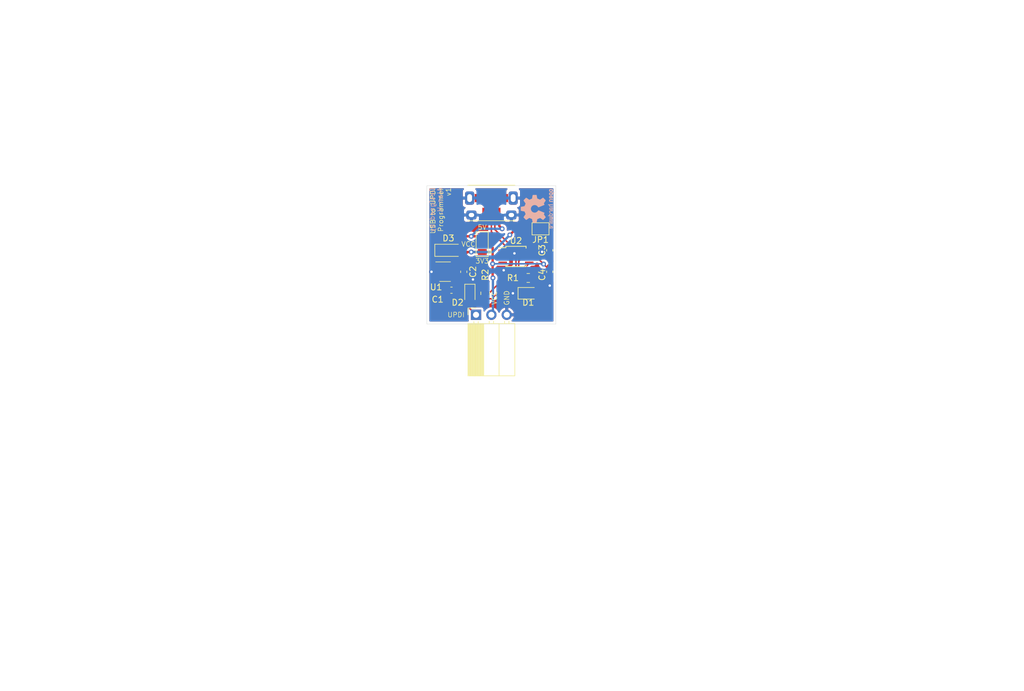
<source format=kicad_pcb>
(kicad_pcb (version 20171130) (host pcbnew "(5.1.9)-1")

  (general
    (thickness 1.6)
    (drawings 11)
    (tracks 95)
    (zones 0)
    (modules 18)
    (nets 13)
  )

  (page A4)
  (layers
    (0 F.Cu signal)
    (31 B.Cu signal)
    (32 B.Adhes user)
    (33 F.Adhes user)
    (34 B.Paste user)
    (35 F.Paste user)
    (36 B.SilkS user)
    (37 F.SilkS user)
    (38 B.Mask user)
    (39 F.Mask user)
    (40 Dwgs.User user)
    (41 Cmts.User user)
    (42 Eco1.User user)
    (43 Eco2.User user)
    (44 Edge.Cuts user)
    (45 Margin user)
    (46 B.CrtYd user)
    (47 F.CrtYd user)
    (48 B.Fab user)
    (49 F.Fab user)
  )

  (setup
    (last_trace_width 0.25)
    (user_trace_width 0.254)
    (user_trace_width 0.381)
    (user_trace_width 0.508)
    (user_trace_width 0.762)
    (trace_clearance 0.2)
    (zone_clearance 0.508)
    (zone_45_only no)
    (trace_min 0.2)
    (via_size 0.8)
    (via_drill 0.4)
    (via_min_size 0.4)
    (via_min_drill 0.3)
    (uvia_size 0.3)
    (uvia_drill 0.1)
    (uvias_allowed no)
    (uvia_min_size 0.2)
    (uvia_min_drill 0.1)
    (edge_width 0.05)
    (segment_width 0.2)
    (pcb_text_width 0.3)
    (pcb_text_size 1.5 1.5)
    (mod_edge_width 0.12)
    (mod_text_size 1 1)
    (mod_text_width 0.15)
    (pad_size 1.524 1.524)
    (pad_drill 0.762)
    (pad_to_mask_clearance 0)
    (aux_axis_origin 0 0)
    (visible_elements 7FFFFFFF)
    (pcbplotparams
      (layerselection 0x010fc_ffffffff)
      (usegerberextensions false)
      (usegerberattributes true)
      (usegerberadvancedattributes true)
      (creategerberjobfile true)
      (excludeedgelayer true)
      (linewidth 0.100000)
      (plotframeref false)
      (viasonmask false)
      (mode 1)
      (useauxorigin false)
      (hpglpennumber 1)
      (hpglpenspeed 20)
      (hpglpendiameter 15.000000)
      (psnegative false)
      (psa4output false)
      (plotreference true)
      (plotvalue true)
      (plotinvisibletext false)
      (padsonsilk false)
      (subtractmaskfromsilk false)
      (outputformat 1)
      (mirror false)
      (drillshape 0)
      (scaleselection 1)
      (outputdirectory "Gerbers/"))
  )

  (net 0 "")
  (net 1 GND)
  (net 2 +5V)
  (net 3 +3V3)
  (net 4 "Net-(C3-Pad1)")
  (net 5 VCC)
  (net 6 "Net-(D1-Pad2)")
  (net 7 "Net-(D2-Pad1)")
  (net 8 "Net-(J1-Pad2)")
  (net 9 "Net-(J1-Pad3)")
  (net 10 /UPDI)
  (net 11 "Net-(R1-Pad1)")
  (net 12 "Net-(R2-Pad2)")

  (net_class Default "This is the default net class."
    (clearance 0.2)
    (trace_width 0.25)
    (via_dia 0.8)
    (via_drill 0.4)
    (uvia_dia 0.3)
    (uvia_drill 0.1)
    (add_net +3V3)
    (add_net +5V)
    (add_net /UPDI)
    (add_net GND)
    (add_net "Net-(C3-Pad1)")
    (add_net "Net-(D1-Pad2)")
    (add_net "Net-(D2-Pad1)")
    (add_net "Net-(J1-Pad2)")
    (add_net "Net-(J1-Pad3)")
    (add_net "Net-(R1-Pad1)")
    (add_net "Net-(R2-Pad2)")
    (add_net VCC)
  )

  (module Symbol:OSHW-Logo2_7.3x6mm_SilkScreen (layer B.Cu) (tedit 0) (tstamp 61E67EBC)
    (at 184.15 131.826 270)
    (descr "Open Source Hardware Symbol")
    (tags "Logo Symbol OSHW")
    (attr virtual)
    (fp_text reference REF** (at 0 0 90) (layer B.SilkS) hide
      (effects (font (size 1 1) (thickness 0.15)) (justify mirror))
    )
    (fp_text value OSHW-Logo2_7.3x6mm_SilkScreen (at 0.75 0 90) (layer B.Fab) hide
      (effects (font (size 1 1) (thickness 0.15)) (justify mirror))
    )
    (fp_poly (pts (xy 0.10391 2.757652) (xy 0.182454 2.757222) (xy 0.239298 2.756058) (xy 0.278105 2.753793)
      (xy 0.302538 2.75006) (xy 0.316262 2.744494) (xy 0.32294 2.736727) (xy 0.326236 2.726395)
      (xy 0.326556 2.725057) (xy 0.331562 2.700921) (xy 0.340829 2.653299) (xy 0.353392 2.587259)
      (xy 0.368287 2.507872) (xy 0.384551 2.420204) (xy 0.385119 2.417125) (xy 0.40141 2.331211)
      (xy 0.416652 2.255304) (xy 0.429861 2.193955) (xy 0.440054 2.151718) (xy 0.446248 2.133145)
      (xy 0.446543 2.132816) (xy 0.464788 2.123747) (xy 0.502405 2.108633) (xy 0.551271 2.090738)
      (xy 0.551543 2.090642) (xy 0.613093 2.067507) (xy 0.685657 2.038035) (xy 0.754057 2.008403)
      (xy 0.757294 2.006938) (xy 0.868702 1.956374) (xy 1.115399 2.12484) (xy 1.191077 2.176197)
      (xy 1.259631 2.222111) (xy 1.317088 2.25997) (xy 1.359476 2.287163) (xy 1.382825 2.301079)
      (xy 1.385042 2.302111) (xy 1.40201 2.297516) (xy 1.433701 2.275345) (xy 1.481352 2.234553)
      (xy 1.546198 2.174095) (xy 1.612397 2.109773) (xy 1.676214 2.046388) (xy 1.733329 1.988549)
      (xy 1.780305 1.939825) (xy 1.813703 1.90379) (xy 1.830085 1.884016) (xy 1.830694 1.882998)
      (xy 1.832505 1.869428) (xy 1.825683 1.847267) (xy 1.80854 1.813522) (xy 1.779393 1.7652)
      (xy 1.736555 1.699308) (xy 1.679448 1.614483) (xy 1.628766 1.539823) (xy 1.583461 1.47286)
      (xy 1.54615 1.417484) (xy 1.519452 1.37758) (xy 1.505985 1.357038) (xy 1.505137 1.355644)
      (xy 1.506781 1.335962) (xy 1.519245 1.297707) (xy 1.540048 1.248111) (xy 1.547462 1.232272)
      (xy 1.579814 1.16171) (xy 1.614328 1.081647) (xy 1.642365 1.012371) (xy 1.662568 0.960955)
      (xy 1.678615 0.921881) (xy 1.687888 0.901459) (xy 1.689041 0.899886) (xy 1.706096 0.897279)
      (xy 1.746298 0.890137) (xy 1.804302 0.879477) (xy 1.874763 0.866315) (xy 1.952335 0.851667)
      (xy 2.031672 0.836551) (xy 2.107431 0.821982) (xy 2.174264 0.808978) (xy 2.226828 0.798555)
      (xy 2.259776 0.79173) (xy 2.267857 0.789801) (xy 2.276205 0.785038) (xy 2.282506 0.774282)
      (xy 2.287045 0.753902) (xy 2.290104 0.720266) (xy 2.291967 0.669745) (xy 2.292918 0.598708)
      (xy 2.29324 0.503524) (xy 2.293257 0.464508) (xy 2.293257 0.147201) (xy 2.217057 0.132161)
      (xy 2.174663 0.124005) (xy 2.1114 0.112101) (xy 2.034962 0.097884) (xy 1.953043 0.08279)
      (xy 1.9304 0.078645) (xy 1.854806 0.063947) (xy 1.788953 0.049495) (xy 1.738366 0.036625)
      (xy 1.708574 0.026678) (xy 1.703612 0.023713) (xy 1.691426 0.002717) (xy 1.673953 -0.037967)
      (xy 1.654577 -0.090322) (xy 1.650734 -0.1016) (xy 1.625339 -0.171523) (xy 1.593817 -0.250418)
      (xy 1.562969 -0.321266) (xy 1.562817 -0.321595) (xy 1.511447 -0.432733) (xy 1.680399 -0.681253)
      (xy 1.849352 -0.929772) (xy 1.632429 -1.147058) (xy 1.566819 -1.211726) (xy 1.506979 -1.268733)
      (xy 1.456267 -1.315033) (xy 1.418046 -1.347584) (xy 1.395675 -1.363343) (xy 1.392466 -1.364343)
      (xy 1.373626 -1.356469) (xy 1.33518 -1.334578) (xy 1.28133 -1.301267) (xy 1.216276 -1.259131)
      (xy 1.14594 -1.211943) (xy 1.074555 -1.16381) (xy 1.010908 -1.121928) (xy 0.959041 -1.088871)
      (xy 0.922995 -1.067218) (xy 0.906867 -1.059543) (xy 0.887189 -1.066037) (xy 0.849875 -1.08315)
      (xy 0.802621 -1.107326) (xy 0.797612 -1.110013) (xy 0.733977 -1.141927) (xy 0.690341 -1.157579)
      (xy 0.663202 -1.157745) (xy 0.649057 -1.143204) (xy 0.648975 -1.143) (xy 0.641905 -1.125779)
      (xy 0.625042 -1.084899) (xy 0.599695 -1.023525) (xy 0.567171 -0.944819) (xy 0.528778 -0.851947)
      (xy 0.485822 -0.748072) (xy 0.444222 -0.647502) (xy 0.398504 -0.536516) (xy 0.356526 -0.433703)
      (xy 0.319548 -0.342215) (xy 0.288827 -0.265201) (xy 0.265622 -0.205815) (xy 0.25119 -0.167209)
      (xy 0.246743 -0.1528) (xy 0.257896 -0.136272) (xy 0.287069 -0.10993) (xy 0.325971 -0.080887)
      (xy 0.436757 0.010961) (xy 0.523351 0.116241) (xy 0.584716 0.232734) (xy 0.619815 0.358224)
      (xy 0.627608 0.490493) (xy 0.621943 0.551543) (xy 0.591078 0.678205) (xy 0.53792 0.790059)
      (xy 0.465767 0.885999) (xy 0.377917 0.964924) (xy 0.277665 1.02573) (xy 0.16831 1.067313)
      (xy 0.053147 1.088572) (xy -0.064525 1.088401) (xy -0.18141 1.065699) (xy -0.294211 1.019362)
      (xy -0.399631 0.948287) (xy -0.443632 0.908089) (xy -0.528021 0.804871) (xy -0.586778 0.692075)
      (xy -0.620296 0.57299) (xy -0.628965 0.450905) (xy -0.613177 0.329107) (xy -0.573322 0.210884)
      (xy -0.509793 0.099525) (xy -0.422979 -0.001684) (xy -0.325971 -0.080887) (xy -0.285563 -0.111162)
      (xy -0.257018 -0.137219) (xy -0.246743 -0.152825) (xy -0.252123 -0.169843) (xy -0.267425 -0.2105)
      (xy -0.291388 -0.271642) (xy -0.322756 -0.350119) (xy -0.360268 -0.44278) (xy -0.402667 -0.546472)
      (xy -0.444337 -0.647526) (xy -0.49031 -0.758607) (xy -0.532893 -0.861541) (xy -0.570779 -0.953165)
      (xy -0.60266 -1.030316) (xy -0.627229 -1.089831) (xy -0.64318 -1.128544) (xy -0.64909 -1.143)
      (xy -0.663052 -1.157685) (xy -0.69006 -1.157642) (xy -0.733587 -1.142099) (xy -0.79711 -1.110284)
      (xy -0.797612 -1.110013) (xy -0.84544 -1.085323) (xy -0.884103 -1.067338) (xy -0.905905 -1.059614)
      (xy -0.906867 -1.059543) (xy -0.923279 -1.067378) (xy -0.959513 -1.089165) (xy -1.011526 -1.122328)
      (xy -1.075275 -1.164291) (xy -1.14594 -1.211943) (xy -1.217884 -1.260191) (xy -1.282726 -1.302151)
      (xy -1.336265 -1.335227) (xy -1.374303 -1.356821) (xy -1.392467 -1.364343) (xy -1.409192 -1.354457)
      (xy -1.44282 -1.326826) (xy -1.48999 -1.284495) (xy -1.547342 -1.230505) (xy -1.611516 -1.167899)
      (xy -1.632503 -1.146983) (xy -1.849501 -0.929623) (xy -1.684332 -0.68722) (xy -1.634136 -0.612781)
      (xy -1.590081 -0.545972) (xy -1.554638 -0.490665) (xy -1.530281 -0.450729) (xy -1.519478 -0.430036)
      (xy -1.519162 -0.428563) (xy -1.524857 -0.409058) (xy -1.540174 -0.369822) (xy -1.562463 -0.31743)
      (xy -1.578107 -0.282355) (xy -1.607359 -0.215201) (xy -1.634906 -0.147358) (xy -1.656263 -0.090034)
      (xy -1.662065 -0.072572) (xy -1.678548 -0.025938) (xy -1.69466 0.010095) (xy -1.70351 0.023713)
      (xy -1.72304 0.032048) (xy -1.765666 0.043863) (xy -1.825855 0.057819) (xy -1.898078 0.072578)
      (xy -1.9304 0.078645) (xy -2.012478 0.093727) (xy -2.091205 0.108331) (xy -2.158891 0.12102)
      (xy -2.20784 0.130358) (xy -2.217057 0.132161) (xy -2.293257 0.147201) (xy -2.293257 0.464508)
      (xy -2.293086 0.568846) (xy -2.292384 0.647787) (xy -2.290866 0.704962) (xy -2.288251 0.744001)
      (xy -2.284254 0.768535) (xy -2.278591 0.782195) (xy -2.27098 0.788611) (xy -2.267857 0.789801)
      (xy -2.249022 0.79402) (xy -2.207412 0.802438) (xy -2.14837 0.814039) (xy -2.077243 0.827805)
      (xy -1.999375 0.84272) (xy -1.920113 0.857768) (xy -1.844802 0.871931) (xy -1.778787 0.884194)
      (xy -1.727413 0.893539) (xy -1.696025 0.89895) (xy -1.689041 0.899886) (xy -1.682715 0.912404)
      (xy -1.66871 0.945754) (xy -1.649645 0.993623) (xy -1.642366 1.012371) (xy -1.613004 1.084805)
      (xy -1.578429 1.16483) (xy -1.547463 1.232272) (xy -1.524677 1.283841) (xy -1.509518 1.326215)
      (xy -1.504458 1.352166) (xy -1.505264 1.355644) (xy -1.515959 1.372064) (xy -1.54038 1.408583)
      (xy -1.575905 1.461313) (xy -1.619913 1.526365) (xy -1.669783 1.599849) (xy -1.679644 1.614355)
      (xy -1.737508 1.700296) (xy -1.780044 1.765739) (xy -1.808946 1.813696) (xy -1.82591 1.84718)
      (xy -1.832633 1.869205) (xy -1.83081 1.882783) (xy -1.830764 1.882869) (xy -1.816414 1.900703)
      (xy -1.784677 1.935183) (xy -1.73899 1.982732) (xy -1.682796 2.039778) (xy -1.619532 2.102745)
      (xy -1.612398 2.109773) (xy -1.53267 2.18698) (xy -1.471143 2.24367) (xy -1.426579 2.28089)
      (xy -1.397743 2.299685) (xy -1.385042 2.302111) (xy -1.366506 2.291529) (xy -1.328039 2.267084)
      (xy -1.273614 2.231388) (xy -1.207202 2.187053) (xy -1.132775 2.136689) (xy -1.115399 2.12484)
      (xy -0.868703 1.956374) (xy -0.757294 2.006938) (xy -0.689543 2.036405) (xy -0.616817 2.066041)
      (xy -0.554297 2.08967) (xy -0.551543 2.090642) (xy -0.50264 2.108543) (xy -0.464943 2.12368)
      (xy -0.446575 2.13279) (xy -0.446544 2.132816) (xy -0.440715 2.149283) (xy -0.430808 2.189781)
      (xy -0.417805 2.249758) (xy -0.402691 2.32466) (xy -0.386448 2.409936) (xy -0.385119 2.417125)
      (xy -0.368825 2.504986) (xy -0.353867 2.58474) (xy -0.341209 2.651319) (xy -0.331814 2.699653)
      (xy -0.326646 2.724675) (xy -0.326556 2.725057) (xy -0.323411 2.735701) (xy -0.317296 2.743738)
      (xy -0.304547 2.749533) (xy -0.2815 2.753453) (xy -0.244491 2.755865) (xy -0.189856 2.757135)
      (xy -0.113933 2.757629) (xy -0.013056 2.757714) (xy 0 2.757714) (xy 0.10391 2.757652)) (layer B.SilkS) (width 0.01))
    (fp_poly (pts (xy 3.153595 -1.966966) (xy 3.211021 -2.004497) (xy 3.238719 -2.038096) (xy 3.260662 -2.099064)
      (xy 3.262405 -2.147308) (xy 3.258457 -2.211816) (xy 3.109686 -2.276934) (xy 3.037349 -2.310202)
      (xy 2.990084 -2.336964) (xy 2.965507 -2.360144) (xy 2.961237 -2.382667) (xy 2.974889 -2.407455)
      (xy 2.989943 -2.423886) (xy 3.033746 -2.450235) (xy 3.081389 -2.452081) (xy 3.125145 -2.431546)
      (xy 3.157289 -2.390752) (xy 3.163038 -2.376347) (xy 3.190576 -2.331356) (xy 3.222258 -2.312182)
      (xy 3.265714 -2.295779) (xy 3.265714 -2.357966) (xy 3.261872 -2.400283) (xy 3.246823 -2.435969)
      (xy 3.21528 -2.476943) (xy 3.210592 -2.482267) (xy 3.175506 -2.51872) (xy 3.145347 -2.538283)
      (xy 3.107615 -2.547283) (xy 3.076335 -2.55023) (xy 3.020385 -2.550965) (xy 2.980555 -2.54166)
      (xy 2.955708 -2.527846) (xy 2.916656 -2.497467) (xy 2.889625 -2.464613) (xy 2.872517 -2.423294)
      (xy 2.863238 -2.367521) (xy 2.859693 -2.291305) (xy 2.85941 -2.252622) (xy 2.860372 -2.206247)
      (xy 2.948007 -2.206247) (xy 2.949023 -2.231126) (xy 2.951556 -2.2352) (xy 2.968274 -2.229665)
      (xy 3.004249 -2.215017) (xy 3.052331 -2.19419) (xy 3.062386 -2.189714) (xy 3.123152 -2.158814)
      (xy 3.156632 -2.131657) (xy 3.16399 -2.10622) (xy 3.146391 -2.080481) (xy 3.131856 -2.069109)
      (xy 3.07941 -2.046364) (xy 3.030322 -2.050122) (xy 2.989227 -2.077884) (xy 2.960758 -2.127152)
      (xy 2.951631 -2.166257) (xy 2.948007 -2.206247) (xy 2.860372 -2.206247) (xy 2.861285 -2.162249)
      (xy 2.868196 -2.095384) (xy 2.881884 -2.046695) (xy 2.904096 -2.010849) (xy 2.936574 -1.982513)
      (xy 2.950733 -1.973355) (xy 3.015053 -1.949507) (xy 3.085473 -1.948006) (xy 3.153595 -1.966966)) (layer B.SilkS) (width 0.01))
    (fp_poly (pts (xy 2.6526 -1.958752) (xy 2.669948 -1.966334) (xy 2.711356 -1.999128) (xy 2.746765 -2.046547)
      (xy 2.768664 -2.097151) (xy 2.772229 -2.122098) (xy 2.760279 -2.156927) (xy 2.734067 -2.175357)
      (xy 2.705964 -2.186516) (xy 2.693095 -2.188572) (xy 2.686829 -2.173649) (xy 2.674456 -2.141175)
      (xy 2.669028 -2.126502) (xy 2.63859 -2.075744) (xy 2.59452 -2.050427) (xy 2.53801 -2.051206)
      (xy 2.533825 -2.052203) (xy 2.503655 -2.066507) (xy 2.481476 -2.094393) (xy 2.466327 -2.139287)
      (xy 2.45725 -2.204615) (xy 2.453286 -2.293804) (xy 2.452914 -2.341261) (xy 2.45273 -2.416071)
      (xy 2.451522 -2.467069) (xy 2.448309 -2.499471) (xy 2.442109 -2.518495) (xy 2.43194 -2.529356)
      (xy 2.416819 -2.537272) (xy 2.415946 -2.53767) (xy 2.386828 -2.549981) (xy 2.372403 -2.554514)
      (xy 2.370186 -2.540809) (xy 2.368289 -2.502925) (xy 2.366847 -2.445715) (xy 2.365998 -2.374027)
      (xy 2.365829 -2.321565) (xy 2.366692 -2.220047) (xy 2.37007 -2.143032) (xy 2.377142 -2.086023)
      (xy 2.389088 -2.044526) (xy 2.40709 -2.014043) (xy 2.432327 -1.99008) (xy 2.457247 -1.973355)
      (xy 2.517171 -1.951097) (xy 2.586911 -1.946076) (xy 2.6526 -1.958752)) (layer B.SilkS) (width 0.01))
    (fp_poly (pts (xy 2.144876 -1.956335) (xy 2.186667 -1.975344) (xy 2.219469 -1.998378) (xy 2.243503 -2.024133)
      (xy 2.260097 -2.057358) (xy 2.270577 -2.1028) (xy 2.276271 -2.165207) (xy 2.278507 -2.249327)
      (xy 2.278743 -2.304721) (xy 2.278743 -2.520826) (xy 2.241774 -2.53767) (xy 2.212656 -2.549981)
      (xy 2.198231 -2.554514) (xy 2.195472 -2.541025) (xy 2.193282 -2.504653) (xy 2.191942 -2.451542)
      (xy 2.191657 -2.409372) (xy 2.190434 -2.348447) (xy 2.187136 -2.300115) (xy 2.182321 -2.270518)
      (xy 2.178496 -2.264229) (xy 2.152783 -2.270652) (xy 2.112418 -2.287125) (xy 2.065679 -2.309458)
      (xy 2.020845 -2.333457) (xy 1.986193 -2.35493) (xy 1.970002 -2.369685) (xy 1.969938 -2.369845)
      (xy 1.97133 -2.397152) (xy 1.983818 -2.423219) (xy 2.005743 -2.444392) (xy 2.037743 -2.451474)
      (xy 2.065092 -2.450649) (xy 2.103826 -2.450042) (xy 2.124158 -2.459116) (xy 2.136369 -2.483092)
      (xy 2.137909 -2.487613) (xy 2.143203 -2.521806) (xy 2.129047 -2.542568) (xy 2.092148 -2.552462)
      (xy 2.052289 -2.554292) (xy 1.980562 -2.540727) (xy 1.943432 -2.521355) (xy 1.897576 -2.475845)
      (xy 1.873256 -2.419983) (xy 1.871073 -2.360957) (xy 1.891629 -2.305953) (xy 1.922549 -2.271486)
      (xy 1.95342 -2.252189) (xy 2.001942 -2.227759) (xy 2.058485 -2.202985) (xy 2.06791 -2.199199)
      (xy 2.130019 -2.171791) (xy 2.165822 -2.147634) (xy 2.177337 -2.123619) (xy 2.16658 -2.096635)
      (xy 2.148114 -2.075543) (xy 2.104469 -2.049572) (xy 2.056446 -2.047624) (xy 2.012406 -2.067637)
      (xy 1.980709 -2.107551) (xy 1.976549 -2.117848) (xy 1.952327 -2.155724) (xy 1.916965 -2.183842)
      (xy 1.872343 -2.206917) (xy 1.872343 -2.141485) (xy 1.874969 -2.101506) (xy 1.88623 -2.069997)
      (xy 1.911199 -2.036378) (xy 1.935169 -2.010484) (xy 1.972441 -1.973817) (xy 2.001401 -1.954121)
      (xy 2.032505 -1.94622) (xy 2.067713 -1.944914) (xy 2.144876 -1.956335)) (layer B.SilkS) (width 0.01))
    (fp_poly (pts (xy 1.779833 -1.958663) (xy 1.782048 -1.99685) (xy 1.783784 -2.054886) (xy 1.784899 -2.12818)
      (xy 1.785257 -2.205055) (xy 1.785257 -2.465196) (xy 1.739326 -2.511127) (xy 1.707675 -2.539429)
      (xy 1.67989 -2.550893) (xy 1.641915 -2.550168) (xy 1.62684 -2.548321) (xy 1.579726 -2.542948)
      (xy 1.540756 -2.539869) (xy 1.531257 -2.539585) (xy 1.499233 -2.541445) (xy 1.453432 -2.546114)
      (xy 1.435674 -2.548321) (xy 1.392057 -2.551735) (xy 1.362745 -2.54432) (xy 1.33368 -2.521427)
      (xy 1.323188 -2.511127) (xy 1.277257 -2.465196) (xy 1.277257 -1.978602) (xy 1.314226 -1.961758)
      (xy 1.346059 -1.949282) (xy 1.364683 -1.944914) (xy 1.369458 -1.958718) (xy 1.373921 -1.997286)
      (xy 1.377775 -2.056356) (xy 1.380722 -2.131663) (xy 1.382143 -2.195286) (xy 1.386114 -2.445657)
      (xy 1.420759 -2.450556) (xy 1.452268 -2.447131) (xy 1.467708 -2.436041) (xy 1.472023 -2.415308)
      (xy 1.475708 -2.371145) (xy 1.478469 -2.309146) (xy 1.480012 -2.234909) (xy 1.480235 -2.196706)
      (xy 1.480457 -1.976783) (xy 1.526166 -1.960849) (xy 1.558518 -1.950015) (xy 1.576115 -1.944962)
      (xy 1.576623 -1.944914) (xy 1.578388 -1.958648) (xy 1.580329 -1.99673) (xy 1.582282 -2.054482)
      (xy 1.584084 -2.127227) (xy 1.585343 -2.195286) (xy 1.589314 -2.445657) (xy 1.6764 -2.445657)
      (xy 1.680396 -2.21724) (xy 1.684392 -1.988822) (xy 1.726847 -1.966868) (xy 1.758192 -1.951793)
      (xy 1.776744 -1.944951) (xy 1.777279 -1.944914) (xy 1.779833 -1.958663)) (layer B.SilkS) (width 0.01))
    (fp_poly (pts (xy 1.190117 -2.065358) (xy 1.189933 -2.173837) (xy 1.189219 -2.257287) (xy 1.187675 -2.319704)
      (xy 1.185001 -2.365085) (xy 1.180894 -2.397429) (xy 1.175055 -2.420733) (xy 1.167182 -2.438995)
      (xy 1.161221 -2.449418) (xy 1.111855 -2.505945) (xy 1.049264 -2.541377) (xy 0.980013 -2.55409)
      (xy 0.910668 -2.542463) (xy 0.869375 -2.521568) (xy 0.826025 -2.485422) (xy 0.796481 -2.441276)
      (xy 0.778655 -2.383462) (xy 0.770463 -2.306313) (xy 0.769302 -2.249714) (xy 0.769458 -2.245647)
      (xy 0.870857 -2.245647) (xy 0.871476 -2.31055) (xy 0.874314 -2.353514) (xy 0.88084 -2.381622)
      (xy 0.892523 -2.401953) (xy 0.906483 -2.417288) (xy 0.953365 -2.44689) (xy 1.003701 -2.449419)
      (xy 1.051276 -2.424705) (xy 1.054979 -2.421356) (xy 1.070783 -2.403935) (xy 1.080693 -2.383209)
      (xy 1.086058 -2.352362) (xy 1.088228 -2.304577) (xy 1.088571 -2.251748) (xy 1.087827 -2.185381)
      (xy 1.084748 -2.141106) (xy 1.078061 -2.112009) (xy 1.066496 -2.091173) (xy 1.057013 -2.080107)
      (xy 1.01296 -2.052198) (xy 0.962224 -2.048843) (xy 0.913796 -2.070159) (xy 0.90445 -2.078073)
      (xy 0.88854 -2.095647) (xy 0.87861 -2.116587) (xy 0.873278 -2.147782) (xy 0.871163 -2.196122)
      (xy 0.870857 -2.245647) (xy 0.769458 -2.245647) (xy 0.77281 -2.158568) (xy 0.784726 -2.090086)
      (xy 0.807135 -2.0386) (xy 0.842124 -1.998443) (xy 0.869375 -1.977861) (xy 0.918907 -1.955625)
      (xy 0.976316 -1.945304) (xy 1.029682 -1.948067) (xy 1.059543 -1.959212) (xy 1.071261 -1.962383)
      (xy 1.079037 -1.950557) (xy 1.084465 -1.918866) (xy 1.088571 -1.870593) (xy 1.093067 -1.816829)
      (xy 1.099313 -1.784482) (xy 1.110676 -1.765985) (xy 1.130528 -1.75377) (xy 1.143 -1.748362)
      (xy 1.190171 -1.728601) (xy 1.190117 -2.065358)) (layer B.SilkS) (width 0.01))
    (fp_poly (pts (xy 0.529926 -1.949755) (xy 0.595858 -1.974084) (xy 0.649273 -2.017117) (xy 0.670164 -2.047409)
      (xy 0.692939 -2.102994) (xy 0.692466 -2.143186) (xy 0.668562 -2.170217) (xy 0.659717 -2.174813)
      (xy 0.62153 -2.189144) (xy 0.602028 -2.185472) (xy 0.595422 -2.161407) (xy 0.595086 -2.148114)
      (xy 0.582992 -2.09921) (xy 0.551471 -2.064999) (xy 0.507659 -2.048476) (xy 0.458695 -2.052634)
      (xy 0.418894 -2.074227) (xy 0.40545 -2.086544) (xy 0.395921 -2.101487) (xy 0.389485 -2.124075)
      (xy 0.385317 -2.159328) (xy 0.382597 -2.212266) (xy 0.380502 -2.287907) (xy 0.37996 -2.311857)
      (xy 0.377981 -2.39379) (xy 0.375731 -2.451455) (xy 0.372357 -2.489608) (xy 0.367006 -2.513004)
      (xy 0.358824 -2.526398) (xy 0.346959 -2.534545) (xy 0.339362 -2.538144) (xy 0.307102 -2.550452)
      (xy 0.288111 -2.554514) (xy 0.281836 -2.540948) (xy 0.278006 -2.499934) (xy 0.2766 -2.430999)
      (xy 0.277598 -2.333669) (xy 0.277908 -2.318657) (xy 0.280101 -2.229859) (xy 0.282693 -2.165019)
      (xy 0.286382 -2.119067) (xy 0.291864 -2.086935) (xy 0.299835 -2.063553) (xy 0.310993 -2.043852)
      (xy 0.31683 -2.03541) (xy 0.350296 -1.998057) (xy 0.387727 -1.969003) (xy 0.392309 -1.966467)
      (xy 0.459426 -1.946443) (xy 0.529926 -1.949755)) (layer B.SilkS) (width 0.01))
    (fp_poly (pts (xy 0.039744 -1.950968) (xy 0.096616 -1.972087) (xy 0.097267 -1.972493) (xy 0.13244 -1.99838)
      (xy 0.158407 -2.028633) (xy 0.17667 -2.068058) (xy 0.188732 -2.121462) (xy 0.196096 -2.193651)
      (xy 0.200264 -2.289432) (xy 0.200629 -2.303078) (xy 0.205876 -2.508842) (xy 0.161716 -2.531678)
      (xy 0.129763 -2.54711) (xy 0.11047 -2.554423) (xy 0.109578 -2.554514) (xy 0.106239 -2.541022)
      (xy 0.103587 -2.504626) (xy 0.101956 -2.451452) (xy 0.1016 -2.408393) (xy 0.101592 -2.338641)
      (xy 0.098403 -2.294837) (xy 0.087288 -2.273944) (xy 0.063501 -2.272925) (xy 0.022296 -2.288741)
      (xy -0.039914 -2.317815) (xy -0.085659 -2.341963) (xy -0.109187 -2.362913) (xy -0.116104 -2.385747)
      (xy -0.116114 -2.386877) (xy -0.104701 -2.426212) (xy -0.070908 -2.447462) (xy -0.019191 -2.450539)
      (xy 0.018061 -2.450006) (xy 0.037703 -2.460735) (xy 0.049952 -2.486505) (xy 0.057002 -2.519337)
      (xy 0.046842 -2.537966) (xy 0.043017 -2.540632) (xy 0.007001 -2.55134) (xy -0.043434 -2.552856)
      (xy -0.095374 -2.545759) (xy -0.132178 -2.532788) (xy -0.183062 -2.489585) (xy -0.211986 -2.429446)
      (xy -0.217714 -2.382462) (xy -0.213343 -2.340082) (xy -0.197525 -2.305488) (xy -0.166203 -2.274763)
      (xy -0.115322 -2.24399) (xy -0.040824 -2.209252) (xy -0.036286 -2.207288) (xy 0.030821 -2.176287)
      (xy 0.072232 -2.150862) (xy 0.089981 -2.128014) (xy 0.086107 -2.104745) (xy 0.062643 -2.078056)
      (xy 0.055627 -2.071914) (xy 0.00863 -2.0481) (xy -0.040067 -2.049103) (xy -0.082478 -2.072451)
      (xy -0.110616 -2.115675) (xy -0.113231 -2.12416) (xy -0.138692 -2.165308) (xy -0.170999 -2.185128)
      (xy -0.217714 -2.20477) (xy -0.217714 -2.15395) (xy -0.203504 -2.080082) (xy -0.161325 -2.012327)
      (xy -0.139376 -1.989661) (xy -0.089483 -1.960569) (xy -0.026033 -1.9474) (xy 0.039744 -1.950968)) (layer B.SilkS) (width 0.01))
    (fp_poly (pts (xy -0.624114 -1.851289) (xy -0.619861 -1.910613) (xy -0.614975 -1.945572) (xy -0.608205 -1.96082)
      (xy -0.598298 -1.961015) (xy -0.595086 -1.959195) (xy -0.552356 -1.946015) (xy -0.496773 -1.946785)
      (xy -0.440263 -1.960333) (xy -0.404918 -1.977861) (xy -0.368679 -2.005861) (xy -0.342187 -2.037549)
      (xy -0.324001 -2.077813) (xy -0.312678 -2.131543) (xy -0.306778 -2.203626) (xy -0.304857 -2.298951)
      (xy -0.304823 -2.317237) (xy -0.3048 -2.522646) (xy -0.350509 -2.53858) (xy -0.382973 -2.54942)
      (xy -0.400785 -2.554468) (xy -0.401309 -2.554514) (xy -0.403063 -2.540828) (xy -0.404556 -2.503076)
      (xy -0.405674 -2.446224) (xy -0.406303 -2.375234) (xy -0.4064 -2.332073) (xy -0.406602 -2.246973)
      (xy -0.407642 -2.185981) (xy -0.410169 -2.144177) (xy -0.414836 -2.116642) (xy -0.422293 -2.098456)
      (xy -0.433189 -2.084698) (xy -0.439993 -2.078073) (xy -0.486728 -2.051375) (xy -0.537728 -2.049375)
      (xy -0.583999 -2.071955) (xy -0.592556 -2.080107) (xy -0.605107 -2.095436) (xy -0.613812 -2.113618)
      (xy -0.619369 -2.139909) (xy -0.622474 -2.179562) (xy -0.623824 -2.237832) (xy -0.624114 -2.318173)
      (xy -0.624114 -2.522646) (xy -0.669823 -2.53858) (xy -0.702287 -2.54942) (xy -0.720099 -2.554468)
      (xy -0.720623 -2.554514) (xy -0.721963 -2.540623) (xy -0.723172 -2.501439) (xy -0.724199 -2.4407)
      (xy -0.724998 -2.362141) (xy -0.725519 -2.269498) (xy -0.725714 -2.166509) (xy -0.725714 -1.769342)
      (xy -0.678543 -1.749444) (xy -0.631371 -1.729547) (xy -0.624114 -1.851289)) (layer B.SilkS) (width 0.01))
    (fp_poly (pts (xy -1.831697 -1.931239) (xy -1.774473 -1.969735) (xy -1.730251 -2.025335) (xy -1.703833 -2.096086)
      (xy -1.69849 -2.148162) (xy -1.699097 -2.169893) (xy -1.704178 -2.186531) (xy -1.718145 -2.201437)
      (xy -1.745411 -2.217973) (xy -1.790388 -2.239498) (xy -1.857489 -2.269374) (xy -1.857829 -2.269524)
      (xy -1.919593 -2.297813) (xy -1.970241 -2.322933) (xy -2.004596 -2.342179) (xy -2.017482 -2.352848)
      (xy -2.017486 -2.352934) (xy -2.006128 -2.376166) (xy -1.979569 -2.401774) (xy -1.949077 -2.420221)
      (xy -1.93363 -2.423886) (xy -1.891485 -2.411212) (xy -1.855192 -2.379471) (xy -1.837483 -2.344572)
      (xy -1.820448 -2.318845) (xy -1.787078 -2.289546) (xy -1.747851 -2.264235) (xy -1.713244 -2.250471)
      (xy -1.706007 -2.249714) (xy -1.697861 -2.26216) (xy -1.69737 -2.293972) (xy -1.703357 -2.336866)
      (xy -1.714643 -2.382558) (xy -1.73005 -2.422761) (xy -1.730829 -2.424322) (xy -1.777196 -2.489062)
      (xy -1.837289 -2.533097) (xy -1.905535 -2.554711) (xy -1.976362 -2.552185) (xy -2.044196 -2.523804)
      (xy -2.047212 -2.521808) (xy -2.100573 -2.473448) (xy -2.13566 -2.410352) (xy -2.155078 -2.327387)
      (xy -2.157684 -2.304078) (xy -2.162299 -2.194055) (xy -2.156767 -2.142748) (xy -2.017486 -2.142748)
      (xy -2.015676 -2.174753) (xy -2.005778 -2.184093) (xy -1.981102 -2.177105) (xy -1.942205 -2.160587)
      (xy -1.898725 -2.139881) (xy -1.897644 -2.139333) (xy -1.860791 -2.119949) (xy -1.846 -2.107013)
      (xy -1.849647 -2.093451) (xy -1.865005 -2.075632) (xy -1.904077 -2.049845) (xy -1.946154 -2.04795)
      (xy -1.983897 -2.066717) (xy -2.009966 -2.102915) (xy -2.017486 -2.142748) (xy -2.156767 -2.142748)
      (xy -2.152806 -2.106027) (xy -2.12845 -2.036212) (xy -2.094544 -1.987302) (xy -2.033347 -1.937878)
      (xy -1.965937 -1.913359) (xy -1.89712 -1.911797) (xy -1.831697 -1.931239)) (layer B.SilkS) (width 0.01))
    (fp_poly (pts (xy -2.958885 -1.921962) (xy -2.890855 -1.957733) (xy -2.840649 -2.015301) (xy -2.822815 -2.052312)
      (xy -2.808937 -2.107882) (xy -2.801833 -2.178096) (xy -2.80116 -2.254727) (xy -2.806573 -2.329552)
      (xy -2.81773 -2.394342) (xy -2.834286 -2.440873) (xy -2.839374 -2.448887) (xy -2.899645 -2.508707)
      (xy -2.971231 -2.544535) (xy -3.048908 -2.55502) (xy -3.127452 -2.53881) (xy -3.149311 -2.529092)
      (xy -3.191878 -2.499143) (xy -3.229237 -2.459433) (xy -3.232768 -2.454397) (xy -3.247119 -2.430124)
      (xy -3.256606 -2.404178) (xy -3.26221 -2.370022) (xy -3.264914 -2.321119) (xy -3.265701 -2.250935)
      (xy -3.265714 -2.2352) (xy -3.265678 -2.230192) (xy -3.120571 -2.230192) (xy -3.119727 -2.29643)
      (xy -3.116404 -2.340386) (xy -3.109417 -2.368779) (xy -3.097584 -2.388325) (xy -3.091543 -2.394857)
      (xy -3.056814 -2.41968) (xy -3.023097 -2.418548) (xy -2.989005 -2.397016) (xy -2.968671 -2.374029)
      (xy -2.956629 -2.340478) (xy -2.949866 -2.287569) (xy -2.949402 -2.281399) (xy -2.948248 -2.185513)
      (xy -2.960312 -2.114299) (xy -2.98543 -2.068194) (xy -3.02344 -2.047635) (xy -3.037008 -2.046514)
      (xy -3.072636 -2.052152) (xy -3.097006 -2.071686) (xy -3.111907 -2.109042) (xy -3.119125 -2.16815)
      (xy -3.120571 -2.230192) (xy -3.265678 -2.230192) (xy -3.265174 -2.160413) (xy -3.262904 -2.108159)
      (xy -3.257932 -2.071949) (xy -3.249287 -2.045299) (xy -3.235995 -2.021722) (xy -3.233057 -2.017338)
      (xy -3.183687 -1.958249) (xy -3.129891 -1.923947) (xy -3.064398 -1.910331) (xy -3.042158 -1.909665)
      (xy -2.958885 -1.921962)) (layer B.SilkS) (width 0.01))
    (fp_poly (pts (xy -1.283907 -1.92778) (xy -1.237328 -1.954723) (xy -1.204943 -1.981466) (xy -1.181258 -2.009484)
      (xy -1.164941 -2.043748) (xy -1.154661 -2.089227) (xy -1.149086 -2.150892) (xy -1.146884 -2.233711)
      (xy -1.146629 -2.293246) (xy -1.146629 -2.512391) (xy -1.208314 -2.540044) (xy -1.27 -2.567697)
      (xy -1.277257 -2.32767) (xy -1.280256 -2.238028) (xy -1.283402 -2.172962) (xy -1.287299 -2.128026)
      (xy -1.292553 -2.09877) (xy -1.299769 -2.080748) (xy -1.30955 -2.069511) (xy -1.312688 -2.067079)
      (xy -1.360239 -2.048083) (xy -1.408303 -2.0556) (xy -1.436914 -2.075543) (xy -1.448553 -2.089675)
      (xy -1.456609 -2.10822) (xy -1.461729 -2.136334) (xy -1.464559 -2.179173) (xy -1.465744 -2.241895)
      (xy -1.465943 -2.307261) (xy -1.465982 -2.389268) (xy -1.467386 -2.447316) (xy -1.472086 -2.486465)
      (xy -1.482013 -2.51178) (xy -1.499097 -2.528323) (xy -1.525268 -2.541156) (xy -1.560225 -2.554491)
      (xy -1.598404 -2.569007) (xy -1.593859 -2.311389) (xy -1.592029 -2.218519) (xy -1.589888 -2.149889)
      (xy -1.586819 -2.100711) (xy -1.582206 -2.066198) (xy -1.575432 -2.041562) (xy -1.565881 -2.022016)
      (xy -1.554366 -2.00477) (xy -1.49881 -1.94968) (xy -1.43102 -1.917822) (xy -1.357287 -1.910191)
      (xy -1.283907 -1.92778)) (layer B.SilkS) (width 0.01))
    (fp_poly (pts (xy -2.400256 -1.919918) (xy -2.344799 -1.947568) (xy -2.295852 -1.99848) (xy -2.282371 -2.017338)
      (xy -2.267686 -2.042015) (xy -2.258158 -2.068816) (xy -2.252707 -2.104587) (xy -2.250253 -2.156169)
      (xy -2.249714 -2.224267) (xy -2.252148 -2.317588) (xy -2.260606 -2.387657) (xy -2.276826 -2.439931)
      (xy -2.302546 -2.479869) (xy -2.339503 -2.512929) (xy -2.342218 -2.514886) (xy -2.37864 -2.534908)
      (xy -2.422498 -2.544815) (xy -2.478276 -2.547257) (xy -2.568952 -2.547257) (xy -2.56899 -2.635283)
      (xy -2.569834 -2.684308) (xy -2.574976 -2.713065) (xy -2.588413 -2.730311) (xy -2.614142 -2.744808)
      (xy -2.620321 -2.747769) (xy -2.649236 -2.761648) (xy -2.671624 -2.770414) (xy -2.688271 -2.771171)
      (xy -2.699964 -2.761023) (xy -2.70749 -2.737073) (xy -2.711634 -2.696426) (xy -2.713185 -2.636186)
      (xy -2.712929 -2.553455) (xy -2.711651 -2.445339) (xy -2.711252 -2.413) (xy -2.709815 -2.301524)
      (xy -2.708528 -2.228603) (xy -2.569029 -2.228603) (xy -2.568245 -2.290499) (xy -2.56476 -2.330997)
      (xy -2.556876 -2.357708) (xy -2.542895 -2.378244) (xy -2.533403 -2.38826) (xy -2.494596 -2.417567)
      (xy -2.460237 -2.419952) (xy -2.424784 -2.39575) (xy -2.423886 -2.394857) (xy -2.409461 -2.376153)
      (xy -2.400687 -2.350732) (xy -2.396261 -2.311584) (xy -2.394882 -2.251697) (xy -2.394857 -2.23843)
      (xy -2.398188 -2.155901) (xy -2.409031 -2.098691) (xy -2.42866 -2.063766) (xy -2.45835 -2.048094)
      (xy -2.475509 -2.046514) (xy -2.516234 -2.053926) (xy -2.544168 -2.07833) (xy -2.560983 -2.12298)
      (xy -2.56835 -2.19113) (xy -2.569029 -2.228603) (xy -2.708528 -2.228603) (xy -2.708292 -2.215245)
      (xy -2.706323 -2.150333) (xy -2.70355 -2.102958) (xy -2.699612 -2.06929) (xy -2.694151 -2.045498)
      (xy -2.686808 -2.027753) (xy -2.677223 -2.012224) (xy -2.673113 -2.006381) (xy -2.618595 -1.951185)
      (xy -2.549664 -1.91989) (xy -2.469928 -1.911165) (xy -2.400256 -1.919918)) (layer B.SilkS) (width 0.01))
  )

  (module "" (layer F.Cu) (tedit 0) (tstamp 0)
    (at 95.504 97.536)
    (fp_text reference "" (at 128.27 104.648) (layer F.SilkS)
      (effects (font (size 1.27 1.27) (thickness 0.15)))
    )
    (fp_text value "" (at 128.27 104.648) (layer F.SilkS)
      (effects (font (size 1.27 1.27) (thickness 0.15)))
    )
  )

  (module "" (layer F.Cu) (tedit 0) (tstamp 0)
    (at 128.27 104.648)
    (fp_text reference "" (at 136.144 106.68) (layer F.SilkS)
      (effects (font (size 1.27 1.27) (thickness 0.15)))
    )
    (fp_text value "" (at 136.144 106.68) (layer F.SilkS)
      (effects (font (size 1.27 1.27) (thickness 0.15)))
    )
  )

  (module Package_SO:MSOP-10_3x3mm_P0.5mm (layer F.Cu) (tedit 5A02F25C) (tstamp 61E64DF5)
    (at 180.594 139.7)
    (descr "10-Lead Plastic Micro Small Outline Package (MS) [MSOP] (see Microchip Packaging Specification 00000049BS.pdf)")
    (tags "SSOP 0.5")
    (path /61E4E273)
    (attr smd)
    (fp_text reference U2 (at 0 -2.6) (layer F.SilkS)
      (effects (font (size 1 1) (thickness 0.15)))
    )
    (fp_text value CH340E (at 0 2.6) (layer F.Fab)
      (effects (font (size 1 1) (thickness 0.15)))
    )
    (fp_line (start -0.5 -1.5) (end 1.5 -1.5) (layer F.Fab) (width 0.15))
    (fp_line (start 1.5 -1.5) (end 1.5 1.5) (layer F.Fab) (width 0.15))
    (fp_line (start 1.5 1.5) (end -1.5 1.5) (layer F.Fab) (width 0.15))
    (fp_line (start -1.5 1.5) (end -1.5 -0.5) (layer F.Fab) (width 0.15))
    (fp_line (start -1.5 -0.5) (end -0.5 -1.5) (layer F.Fab) (width 0.15))
    (fp_line (start -3.15 -1.85) (end -3.15 1.85) (layer F.CrtYd) (width 0.05))
    (fp_line (start 3.15 -1.85) (end 3.15 1.85) (layer F.CrtYd) (width 0.05))
    (fp_line (start -3.15 -1.85) (end 3.15 -1.85) (layer F.CrtYd) (width 0.05))
    (fp_line (start -3.15 1.85) (end 3.15 1.85) (layer F.CrtYd) (width 0.05))
    (fp_line (start -1.675 -1.675) (end -1.675 -1.45) (layer F.SilkS) (width 0.15))
    (fp_line (start 1.675 -1.675) (end 1.675 -1.375) (layer F.SilkS) (width 0.15))
    (fp_line (start 1.675 1.675) (end 1.675 1.375) (layer F.SilkS) (width 0.15))
    (fp_line (start -1.675 1.675) (end -1.675 1.375) (layer F.SilkS) (width 0.15))
    (fp_line (start -1.675 -1.675) (end 1.675 -1.675) (layer F.SilkS) (width 0.15))
    (fp_line (start -1.675 1.675) (end 1.675 1.675) (layer F.SilkS) (width 0.15))
    (fp_line (start -1.675 -1.45) (end -2.9 -1.45) (layer F.SilkS) (width 0.15))
    (fp_text user %R (at 0 0) (layer F.Fab)
      (effects (font (size 0.6 0.6) (thickness 0.15)))
    )
    (pad 10 smd rect (at 2.2 -1) (size 1.4 0.3) (layers F.Cu F.Paste F.Mask)
      (net 4 "Net-(C3-Pad1)"))
    (pad 9 smd rect (at 2.2 -0.5) (size 1.4 0.3) (layers F.Cu F.Paste F.Mask)
      (net 10 /UPDI))
    (pad 8 smd rect (at 2.2 0) (size 1.4 0.3) (layers F.Cu F.Paste F.Mask)
      (net 12 "Net-(R2-Pad2)"))
    (pad 7 smd rect (at 2.2 0.5) (size 1.4 0.3) (layers F.Cu F.Paste F.Mask)
      (net 5 VCC))
    (pad 6 smd rect (at 2.2 1) (size 1.4 0.3) (layers F.Cu F.Paste F.Mask)
      (net 11 "Net-(R1-Pad1)"))
    (pad 5 smd rect (at -2.2 1) (size 1.4 0.3) (layers F.Cu F.Paste F.Mask))
    (pad 4 smd rect (at -2.2 0.5) (size 1.4 0.3) (layers F.Cu F.Paste F.Mask))
    (pad 3 smd rect (at -2.2 0) (size 1.4 0.3) (layers F.Cu F.Paste F.Mask)
      (net 1 GND))
    (pad 2 smd rect (at -2.2 -0.5) (size 1.4 0.3) (layers F.Cu F.Paste F.Mask)
      (net 8 "Net-(J1-Pad2)"))
    (pad 1 smd rect (at -2.2 -1) (size 1.4 0.3) (layers F.Cu F.Paste F.Mask)
      (net 9 "Net-(J1-Pad3)"))
    (model ${KISYS3DMOD}/Package_SO.3dshapes/MSOP-10_3x3mm_P0.5mm.wrl
      (at (xyz 0 0 0))
      (scale (xyz 1 1 1))
      (rotate (xyz 0 0 0))
    )
  )

  (module Package_TO_SOT_SMD:SOT-23-5 (layer F.Cu) (tedit 5A02FF57) (tstamp 61E64DD6)
    (at 168.87 142.216)
    (descr "5-pin SOT23 package")
    (tags SOT-23-5)
    (path /61E8500B)
    (attr smd)
    (fp_text reference U1 (at -1.484 2.564) (layer F.SilkS)
      (effects (font (size 1 1) (thickness 0.15)))
    )
    (fp_text value LD39015M33R (at 0 2.9) (layer F.Fab)
      (effects (font (size 1 1) (thickness 0.15)))
    )
    (fp_line (start -0.9 1.61) (end 0.9 1.61) (layer F.SilkS) (width 0.12))
    (fp_line (start 0.9 -1.61) (end -1.55 -1.61) (layer F.SilkS) (width 0.12))
    (fp_line (start -1.9 -1.8) (end 1.9 -1.8) (layer F.CrtYd) (width 0.05))
    (fp_line (start 1.9 -1.8) (end 1.9 1.8) (layer F.CrtYd) (width 0.05))
    (fp_line (start 1.9 1.8) (end -1.9 1.8) (layer F.CrtYd) (width 0.05))
    (fp_line (start -1.9 1.8) (end -1.9 -1.8) (layer F.CrtYd) (width 0.05))
    (fp_line (start -0.9 -0.9) (end -0.25 -1.55) (layer F.Fab) (width 0.1))
    (fp_line (start 0.9 -1.55) (end -0.25 -1.55) (layer F.Fab) (width 0.1))
    (fp_line (start -0.9 -0.9) (end -0.9 1.55) (layer F.Fab) (width 0.1))
    (fp_line (start 0.9 1.55) (end -0.9 1.55) (layer F.Fab) (width 0.1))
    (fp_line (start 0.9 -1.55) (end 0.9 1.55) (layer F.Fab) (width 0.1))
    (fp_text user %R (at 0 0 90) (layer F.Fab)
      (effects (font (size 0.5 0.5) (thickness 0.075)))
    )
    (pad 5 smd rect (at 1.1 -0.95) (size 1.06 0.65) (layers F.Cu F.Paste F.Mask)
      (net 3 +3V3))
    (pad 4 smd rect (at 1.1 0.95) (size 1.06 0.65) (layers F.Cu F.Paste F.Mask))
    (pad 3 smd rect (at -1.1 0.95) (size 1.06 0.65) (layers F.Cu F.Paste F.Mask)
      (net 2 +5V))
    (pad 2 smd rect (at -1.1 0) (size 1.06 0.65) (layers F.Cu F.Paste F.Mask)
      (net 1 GND))
    (pad 1 smd rect (at -1.1 -0.95) (size 1.06 0.65) (layers F.Cu F.Paste F.Mask)
      (net 2 +5V))
    (model ${KISYS3DMOD}/Package_TO_SOT_SMD.3dshapes/SOT-23-5.wrl
      (at (xyz 0 0 0))
      (scale (xyz 1 1 1))
      (rotate (xyz 0 0 0))
    )
  )

  (module Resistor_SMD:R_0805_2012Metric (layer F.Cu) (tedit 5F68FEEE) (tstamp 61E64DC1)
    (at 175.514 145.796 270)
    (descr "Resistor SMD 0805 (2012 Metric), square (rectangular) end terminal, IPC_7351 nominal, (Body size source: IPC-SM-782 page 72, https://www.pcb-3d.com/wordpress/wp-content/uploads/ipc-sm-782a_amendment_1_and_2.pdf), generated with kicad-footprint-generator")
    (tags resistor)
    (path /61E68D78)
    (attr smd)
    (fp_text reference R2 (at -3.048 0 90) (layer F.SilkS)
      (effects (font (size 1 1) (thickness 0.15)))
    )
    (fp_text value 1K (at 0 1.65 90) (layer F.Fab)
      (effects (font (size 1 1) (thickness 0.15)))
    )
    (fp_line (start -1 0.625) (end -1 -0.625) (layer F.Fab) (width 0.1))
    (fp_line (start -1 -0.625) (end 1 -0.625) (layer F.Fab) (width 0.1))
    (fp_line (start 1 -0.625) (end 1 0.625) (layer F.Fab) (width 0.1))
    (fp_line (start 1 0.625) (end -1 0.625) (layer F.Fab) (width 0.1))
    (fp_line (start -0.227064 -0.735) (end 0.227064 -0.735) (layer F.SilkS) (width 0.12))
    (fp_line (start -0.227064 0.735) (end 0.227064 0.735) (layer F.SilkS) (width 0.12))
    (fp_line (start -1.68 0.95) (end -1.68 -0.95) (layer F.CrtYd) (width 0.05))
    (fp_line (start -1.68 -0.95) (end 1.68 -0.95) (layer F.CrtYd) (width 0.05))
    (fp_line (start 1.68 -0.95) (end 1.68 0.95) (layer F.CrtYd) (width 0.05))
    (fp_line (start 1.68 0.95) (end -1.68 0.95) (layer F.CrtYd) (width 0.05))
    (fp_text user %R (at 0 0 90) (layer F.Fab)
      (effects (font (size 0.5 0.5) (thickness 0.08)))
    )
    (pad 2 smd roundrect (at 0.9125 0 270) (size 1.025 1.4) (layers F.Cu F.Paste F.Mask) (roundrect_rratio 0.2439014634146341)
      (net 12 "Net-(R2-Pad2)"))
    (pad 1 smd roundrect (at -0.9125 0 270) (size 1.025 1.4) (layers F.Cu F.Paste F.Mask) (roundrect_rratio 0.2439014634146341)
      (net 7 "Net-(D2-Pad1)"))
    (model ${KISYS3DMOD}/Resistor_SMD.3dshapes/R_0805_2012Metric.wrl
      (at (xyz 0 0 0))
      (scale (xyz 1 1 1))
      (rotate (xyz 0 0 0))
    )
  )

  (module Resistor_SMD:R_0805_2012Metric (layer F.Cu) (tedit 5F68FEEE) (tstamp 61E658E8)
    (at 182.626 143.256)
    (descr "Resistor SMD 0805 (2012 Metric), square (rectangular) end terminal, IPC_7351 nominal, (Body size source: IPC-SM-782 page 72, https://www.pcb-3d.com/wordpress/wp-content/uploads/ipc-sm-782a_amendment_1_and_2.pdf), generated with kicad-footprint-generator")
    (tags resistor)
    (path /61E5B981)
    (attr smd)
    (fp_text reference R1 (at -2.54 0) (layer F.SilkS)
      (effects (font (size 1 1) (thickness 0.15)))
    )
    (fp_text value 1K (at 0 1.65) (layer F.Fab)
      (effects (font (size 1 1) (thickness 0.15)))
    )
    (fp_line (start -1 0.625) (end -1 -0.625) (layer F.Fab) (width 0.1))
    (fp_line (start -1 -0.625) (end 1 -0.625) (layer F.Fab) (width 0.1))
    (fp_line (start 1 -0.625) (end 1 0.625) (layer F.Fab) (width 0.1))
    (fp_line (start 1 0.625) (end -1 0.625) (layer F.Fab) (width 0.1))
    (fp_line (start -0.227064 -0.735) (end 0.227064 -0.735) (layer F.SilkS) (width 0.12))
    (fp_line (start -0.227064 0.735) (end 0.227064 0.735) (layer F.SilkS) (width 0.12))
    (fp_line (start -1.68 0.95) (end -1.68 -0.95) (layer F.CrtYd) (width 0.05))
    (fp_line (start -1.68 -0.95) (end 1.68 -0.95) (layer F.CrtYd) (width 0.05))
    (fp_line (start 1.68 -0.95) (end 1.68 0.95) (layer F.CrtYd) (width 0.05))
    (fp_line (start 1.68 0.95) (end -1.68 0.95) (layer F.CrtYd) (width 0.05))
    (fp_text user %R (at 0 0) (layer F.Fab)
      (effects (font (size 0.5 0.5) (thickness 0.08)))
    )
    (pad 2 smd roundrect (at 0.9125 0) (size 1.025 1.4) (layers F.Cu F.Paste F.Mask) (roundrect_rratio 0.2439014634146341)
      (net 6 "Net-(D1-Pad2)"))
    (pad 1 smd roundrect (at -0.9125 0) (size 1.025 1.4) (layers F.Cu F.Paste F.Mask) (roundrect_rratio 0.2439014634146341)
      (net 11 "Net-(R1-Pad1)"))
    (model ${KISYS3DMOD}/Resistor_SMD.3dshapes/R_0805_2012Metric.wrl
      (at (xyz 0 0 0))
      (scale (xyz 1 1 1))
      (rotate (xyz 0 0 0))
    )
  )

  (module Jumper:SolderJumper-3_P1.3mm_Open_Pad1.0x1.5mm (layer F.Cu) (tedit 5A3F8BB2) (tstamp 61E65BB0)
    (at 175.006 137.668 90)
    (descr "SMD Solder 3-pad Jumper, 1x1.5mm Pads, 0.3mm gap, open")
    (tags "solder jumper open")
    (path /61E795D9)
    (attr virtual)
    (fp_text reference VCC (at 0 -2.286 180) (layer F.SilkS)
      (effects (font (size 0.8 0.8) (thickness 0.1)))
    )
    (fp_text value 5V/3V3 (at 0 2 90) (layer F.Fab)
      (effects (font (size 1 1) (thickness 0.15)))
    )
    (fp_line (start -1.3 1.2) (end -1 1.5) (layer F.SilkS) (width 0.12))
    (fp_line (start -1.6 1.5) (end -1 1.5) (layer F.SilkS) (width 0.12))
    (fp_line (start -1.3 1.2) (end -1.6 1.5) (layer F.SilkS) (width 0.12))
    (fp_line (start -2.05 1) (end -2.05 -1) (layer F.SilkS) (width 0.12))
    (fp_line (start 2.05 1) (end -2.05 1) (layer F.SilkS) (width 0.12))
    (fp_line (start 2.05 -1) (end 2.05 1) (layer F.SilkS) (width 0.12))
    (fp_line (start -2.05 -1) (end 2.05 -1) (layer F.SilkS) (width 0.12))
    (fp_line (start -2.3 -1.25) (end 2.3 -1.25) (layer F.CrtYd) (width 0.05))
    (fp_line (start -2.3 -1.25) (end -2.3 1.25) (layer F.CrtYd) (width 0.05))
    (fp_line (start 2.3 1.25) (end 2.3 -1.25) (layer F.CrtYd) (width 0.05))
    (fp_line (start 2.3 1.25) (end -2.3 1.25) (layer F.CrtYd) (width 0.05))
    (pad 1 smd rect (at -1.3 0 90) (size 1 1.5) (layers F.Cu F.Mask)
      (net 3 +3V3))
    (pad 2 smd rect (at 0 0 90) (size 1 1.5) (layers F.Cu F.Mask)
      (net 5 VCC))
    (pad 3 smd rect (at 1.3 0 90) (size 1 1.5) (layers F.Cu F.Mask)
      (net 2 +5V))
  )

  (module Jumper:SolderJumper-2_P1.3mm_Open_Pad1.0x1.5mm (layer F.Cu) (tedit 5A3EABFC) (tstamp 61E65858)
    (at 184.658 135.128 180)
    (descr "SMD Solder Jumper, 1x1.5mm Pads, 0.3mm gap, open")
    (tags "solder jumper open")
    (path /61E7A253)
    (attr virtual)
    (fp_text reference JP1 (at 0 -1.8) (layer F.SilkS)
      (effects (font (size 1 1) (thickness 0.15)))
    )
    (fp_text value V3 (at 0 1.9) (layer F.Fab)
      (effects (font (size 1 1) (thickness 0.15)))
    )
    (fp_line (start -1.4 1) (end -1.4 -1) (layer F.SilkS) (width 0.12))
    (fp_line (start 1.4 1) (end -1.4 1) (layer F.SilkS) (width 0.12))
    (fp_line (start 1.4 -1) (end 1.4 1) (layer F.SilkS) (width 0.12))
    (fp_line (start -1.4 -1) (end 1.4 -1) (layer F.SilkS) (width 0.12))
    (fp_line (start -1.65 -1.25) (end 1.65 -1.25) (layer F.CrtYd) (width 0.05))
    (fp_line (start -1.65 -1.25) (end -1.65 1.25) (layer F.CrtYd) (width 0.05))
    (fp_line (start 1.65 1.25) (end 1.65 -1.25) (layer F.CrtYd) (width 0.05))
    (fp_line (start 1.65 1.25) (end -1.65 1.25) (layer F.CrtYd) (width 0.05))
    (pad 1 smd rect (at -0.65 0 180) (size 1 1.5) (layers F.Cu F.Mask)
      (net 4 "Net-(C3-Pad1)"))
    (pad 2 smd rect (at 0.65 0 180) (size 1 1.5) (layers F.Cu F.Mask)
      (net 3 +3V3))
  )

  (module Connector_PinSocket_2.54mm:PinSocket_1x03_P2.54mm_Horizontal (layer F.Cu) (tedit 5A19A429) (tstamp 61E64D7F)
    (at 173.99 149.352 90)
    (descr "Through hole angled socket strip, 1x03, 2.54mm pitch, 8.51mm socket length, single row (from Kicad 4.0.7), script generated")
    (tags "Through hole angled socket strip THT 1x03 2.54mm single row")
    (path /61E635E4)
    (fp_text reference J2 (at -0.508 7.874 180) (layer F.SilkS) hide
      (effects (font (size 1 1) (thickness 0.15)))
    )
    (fp_text value UPDI (at -4.38 7.85 90) (layer F.Fab)
      (effects (font (size 1 1) (thickness 0.15)))
    )
    (fp_line (start -10.03 -1.27) (end -2.49 -1.27) (layer F.Fab) (width 0.1))
    (fp_line (start -2.49 -1.27) (end -1.52 -0.3) (layer F.Fab) (width 0.1))
    (fp_line (start -1.52 -0.3) (end -1.52 6.35) (layer F.Fab) (width 0.1))
    (fp_line (start -1.52 6.35) (end -10.03 6.35) (layer F.Fab) (width 0.1))
    (fp_line (start -10.03 6.35) (end -10.03 -1.27) (layer F.Fab) (width 0.1))
    (fp_line (start 0 -0.3) (end -1.52 -0.3) (layer F.Fab) (width 0.1))
    (fp_line (start -1.52 0.3) (end 0 0.3) (layer F.Fab) (width 0.1))
    (fp_line (start 0 0.3) (end 0 -0.3) (layer F.Fab) (width 0.1))
    (fp_line (start 0 2.24) (end -1.52 2.24) (layer F.Fab) (width 0.1))
    (fp_line (start -1.52 2.84) (end 0 2.84) (layer F.Fab) (width 0.1))
    (fp_line (start 0 2.84) (end 0 2.24) (layer F.Fab) (width 0.1))
    (fp_line (start 0 4.78) (end -1.52 4.78) (layer F.Fab) (width 0.1))
    (fp_line (start -1.52 5.38) (end 0 5.38) (layer F.Fab) (width 0.1))
    (fp_line (start 0 5.38) (end 0 4.78) (layer F.Fab) (width 0.1))
    (fp_line (start -10.09 -1.21) (end -1.46 -1.21) (layer F.SilkS) (width 0.12))
    (fp_line (start -10.09 -1.091905) (end -1.46 -1.091905) (layer F.SilkS) (width 0.12))
    (fp_line (start -10.09 -0.97381) (end -1.46 -0.97381) (layer F.SilkS) (width 0.12))
    (fp_line (start -10.09 -0.855715) (end -1.46 -0.855715) (layer F.SilkS) (width 0.12))
    (fp_line (start -10.09 -0.73762) (end -1.46 -0.73762) (layer F.SilkS) (width 0.12))
    (fp_line (start -10.09 -0.619525) (end -1.46 -0.619525) (layer F.SilkS) (width 0.12))
    (fp_line (start -10.09 -0.50143) (end -1.46 -0.50143) (layer F.SilkS) (width 0.12))
    (fp_line (start -10.09 -0.383335) (end -1.46 -0.383335) (layer F.SilkS) (width 0.12))
    (fp_line (start -10.09 -0.26524) (end -1.46 -0.26524) (layer F.SilkS) (width 0.12))
    (fp_line (start -10.09 -0.147145) (end -1.46 -0.147145) (layer F.SilkS) (width 0.12))
    (fp_line (start -10.09 -0.02905) (end -1.46 -0.02905) (layer F.SilkS) (width 0.12))
    (fp_line (start -10.09 0.089045) (end -1.46 0.089045) (layer F.SilkS) (width 0.12))
    (fp_line (start -10.09 0.20714) (end -1.46 0.20714) (layer F.SilkS) (width 0.12))
    (fp_line (start -10.09 0.325235) (end -1.46 0.325235) (layer F.SilkS) (width 0.12))
    (fp_line (start -10.09 0.44333) (end -1.46 0.44333) (layer F.SilkS) (width 0.12))
    (fp_line (start -10.09 0.561425) (end -1.46 0.561425) (layer F.SilkS) (width 0.12))
    (fp_line (start -10.09 0.67952) (end -1.46 0.67952) (layer F.SilkS) (width 0.12))
    (fp_line (start -10.09 0.797615) (end -1.46 0.797615) (layer F.SilkS) (width 0.12))
    (fp_line (start -10.09 0.91571) (end -1.46 0.91571) (layer F.SilkS) (width 0.12))
    (fp_line (start -10.09 1.033805) (end -1.46 1.033805) (layer F.SilkS) (width 0.12))
    (fp_line (start -10.09 1.1519) (end -1.46 1.1519) (layer F.SilkS) (width 0.12))
    (fp_line (start -1.46 -0.36) (end -1.11 -0.36) (layer F.SilkS) (width 0.12))
    (fp_line (start -1.46 0.36) (end -1.11 0.36) (layer F.SilkS) (width 0.12))
    (fp_line (start -1.46 2.18) (end -1.05 2.18) (layer F.SilkS) (width 0.12))
    (fp_line (start -1.46 2.9) (end -1.05 2.9) (layer F.SilkS) (width 0.12))
    (fp_line (start -1.46 4.72) (end -1.05 4.72) (layer F.SilkS) (width 0.12))
    (fp_line (start -1.46 5.44) (end -1.05 5.44) (layer F.SilkS) (width 0.12))
    (fp_line (start -10.09 1.27) (end -1.46 1.27) (layer F.SilkS) (width 0.12))
    (fp_line (start -10.09 3.81) (end -1.46 3.81) (layer F.SilkS) (width 0.12))
    (fp_line (start -10.09 -1.33) (end -1.46 -1.33) (layer F.SilkS) (width 0.12))
    (fp_line (start -1.46 -1.33) (end -1.46 6.41) (layer F.SilkS) (width 0.12))
    (fp_line (start -10.09 6.41) (end -1.46 6.41) (layer F.SilkS) (width 0.12))
    (fp_line (start -10.09 -1.33) (end -10.09 6.41) (layer F.SilkS) (width 0.12))
    (fp_line (start 1.11 -1.33) (end 1.11 0) (layer F.SilkS) (width 0.12))
    (fp_line (start 0 -1.33) (end 1.11 -1.33) (layer F.SilkS) (width 0.12))
    (fp_line (start 1.75 -1.8) (end -10.55 -1.8) (layer F.CrtYd) (width 0.05))
    (fp_line (start -10.55 -1.8) (end -10.55 6.85) (layer F.CrtYd) (width 0.05))
    (fp_line (start -10.55 6.85) (end 1.75 6.85) (layer F.CrtYd) (width 0.05))
    (fp_line (start 1.75 6.85) (end 1.75 -1.8) (layer F.CrtYd) (width 0.05))
    (fp_text user %R (at -5.775 2.54 90) (layer F.Fab)
      (effects (font (size 1 1) (thickness 0.15)))
    )
    (pad 3 thru_hole oval (at 0 5.08 90) (size 1.7 1.7) (drill 1) (layers *.Cu *.Mask)
      (net 1 GND))
    (pad 2 thru_hole oval (at 0 2.54 90) (size 1.7 1.7) (drill 1) (layers *.Cu *.Mask)
      (net 5 VCC))
    (pad 1 thru_hole rect (at 0 0 90) (size 1.7 1.7) (drill 1) (layers *.Cu *.Mask)
      (net 10 /UPDI))
    (model ${KISYS3DMOD}/Connector_PinSocket_2.54mm.3dshapes/PinSocket_1x03_P2.54mm_Horizontal.wrl
      (at (xyz 0 0 0))
      (scale (xyz 1 1 1))
      (rotate (xyz 0 0 0))
    )
  )

  (module footprints:AdafruitMicroB (layer F.Cu) (tedit 60AF0B60) (tstamp 61E64D42)
    (at 176.53 130.048)
    (path /61E4B3EB)
    (fp_text reference J1 (at 5.842 -1.016) (layer F.SilkS) hide
      (effects (font (size 1 1) (thickness 0.15)))
    )
    (fp_text value USB_B_Micro (at 0 -4.5) (layer F.Fab)
      (effects (font (size 1 1) (thickness 0.15)))
    )
    (fp_line (start -3.9 -2.13) (end 3.9 -2.13) (layer F.SilkS) (width 0.12))
    (fp_line (start 3.9 3.75) (end -3.9 3.75) (layer F.SilkS) (width 0.12))
    (pad 6 smd rect (at -2.2 0) (size 1.1 1.35) (layers F.Cu F.Paste F.Mask)
      (net 1 GND))
    (pad 6 smd rect (at 2.2 0) (size 1.1 1.35) (layers F.Cu F.Paste F.Mask)
      (net 1 GND))
    (pad "" np_thru_hole circle (at -1.95 1.83) (size 0.8 0.8) (drill 0.8) (layers *.Cu *.Mask))
    (pad "" np_thru_hole circle (at 1.95 1.83) (size 0.8 0.8) (drill 0.8) (layers *.Cu *.Mask))
    (pad 1 smd rect (at 1.3 2.6) (size 0.4 2) (layers F.Cu F.Paste F.Mask)
      (net 2 +5V))
    (pad 2 smd rect (at 0.65 2.6) (size 0.4 2) (layers F.Cu F.Paste F.Mask)
      (net 8 "Net-(J1-Pad2)"))
    (pad 3 smd rect (at 0 2.6) (size 0.4 2) (layers F.Cu F.Paste F.Mask)
      (net 9 "Net-(J1-Pad3)"))
    (pad 4 smd rect (at -0.65 2.6) (size 0.4 2) (layers F.Cu F.Paste F.Mask))
    (pad 5 smd rect (at -1.3 2.6) (size 0.4 2) (layers F.Cu F.Paste F.Mask)
      (net 1 GND))
    (pad 6 thru_hole roundrect (at 3.6 0) (size 1.5 2.2) (drill oval 0.8 1.3) (layers *.Cu *.Mask) (roundrect_rratio 0.25)
      (net 1 GND))
    (pad 6 thru_hole roundrect (at -3.6 0) (size 1.5 2.2) (drill oval 0.8 1.3) (layers *.Cu *.Mask) (roundrect_rratio 0.25)
      (net 1 GND))
    (pad 6 thru_hole roundrect (at -3.3 2.8) (size 1.7 1.5) (drill oval 0.9 0.7) (layers *.Cu *.Mask) (roundrect_rratio 0.25)
      (net 1 GND))
    (pad 6 thru_hole roundrect (at 3.3 2.8) (size 1.7 1.5) (drill oval 0.9 0.7) (layers *.Cu *.Mask) (roundrect_rratio 0.25)
      (net 1 GND))
  )

  (module Diode_SMD:D_SOD-123 (layer F.Cu) (tedit 58645DC7) (tstamp 61E64D2F)
    (at 169.418 138.684)
    (descr SOD-123)
    (tags SOD-123)
    (path /61EA33D6)
    (attr smd)
    (fp_text reference D3 (at 0 -2) (layer F.SilkS)
      (effects (font (size 1 1) (thickness 0.15)))
    )
    (fp_text value MBR0520LT1G (at 0 2.1) (layer F.Fab)
      (effects (font (size 1 1) (thickness 0.15)))
    )
    (fp_line (start -2.25 -1) (end -2.25 1) (layer F.SilkS) (width 0.12))
    (fp_line (start 0.25 0) (end 0.75 0) (layer F.Fab) (width 0.1))
    (fp_line (start 0.25 0.4) (end -0.35 0) (layer F.Fab) (width 0.1))
    (fp_line (start 0.25 -0.4) (end 0.25 0.4) (layer F.Fab) (width 0.1))
    (fp_line (start -0.35 0) (end 0.25 -0.4) (layer F.Fab) (width 0.1))
    (fp_line (start -0.35 0) (end -0.35 0.55) (layer F.Fab) (width 0.1))
    (fp_line (start -0.35 0) (end -0.35 -0.55) (layer F.Fab) (width 0.1))
    (fp_line (start -0.75 0) (end -0.35 0) (layer F.Fab) (width 0.1))
    (fp_line (start -1.4 0.9) (end -1.4 -0.9) (layer F.Fab) (width 0.1))
    (fp_line (start 1.4 0.9) (end -1.4 0.9) (layer F.Fab) (width 0.1))
    (fp_line (start 1.4 -0.9) (end 1.4 0.9) (layer F.Fab) (width 0.1))
    (fp_line (start -1.4 -0.9) (end 1.4 -0.9) (layer F.Fab) (width 0.1))
    (fp_line (start -2.35 -1.15) (end 2.35 -1.15) (layer F.CrtYd) (width 0.05))
    (fp_line (start 2.35 -1.15) (end 2.35 1.15) (layer F.CrtYd) (width 0.05))
    (fp_line (start 2.35 1.15) (end -2.35 1.15) (layer F.CrtYd) (width 0.05))
    (fp_line (start -2.35 -1.15) (end -2.35 1.15) (layer F.CrtYd) (width 0.05))
    (fp_line (start -2.25 1) (end 1.65 1) (layer F.SilkS) (width 0.12))
    (fp_line (start -2.25 -1) (end 1.65 -1) (layer F.SilkS) (width 0.12))
    (fp_text user %R (at 0 -2) (layer F.Fab)
      (effects (font (size 1 1) (thickness 0.15)))
    )
    (pad 2 smd rect (at 1.65 0) (size 0.9 1.2) (layers F.Cu F.Paste F.Mask)
      (net 3 +3V3))
    (pad 1 smd rect (at -1.65 0) (size 0.9 1.2) (layers F.Cu F.Paste F.Mask)
      (net 2 +5V))
    (model ${KISYS3DMOD}/Diode_SMD.3dshapes/D_SOD-123.wrl
      (at (xyz 0 0 0))
      (scale (xyz 1 1 1))
      (rotate (xyz 0 0 0))
    )
  )

  (module Diode_SMD:D_SOD-323 (layer F.Cu) (tedit 58641739) (tstamp 61E68007)
    (at 172.974 145.796 270)
    (descr SOD-323)
    (tags SOD-323)
    (path /61E64FB7)
    (attr smd)
    (fp_text reference D2 (at 1.524 2.032 180) (layer F.SilkS)
      (effects (font (size 1 1) (thickness 0.15)))
    )
    (fp_text value 1N4148 (at 0.1 1.9 90) (layer F.Fab)
      (effects (font (size 1 1) (thickness 0.15)))
    )
    (fp_line (start -1.5 -0.85) (end -1.5 0.85) (layer F.SilkS) (width 0.12))
    (fp_line (start 0.2 0) (end 0.45 0) (layer F.Fab) (width 0.1))
    (fp_line (start 0.2 0.35) (end -0.3 0) (layer F.Fab) (width 0.1))
    (fp_line (start 0.2 -0.35) (end 0.2 0.35) (layer F.Fab) (width 0.1))
    (fp_line (start -0.3 0) (end 0.2 -0.35) (layer F.Fab) (width 0.1))
    (fp_line (start -0.3 0) (end -0.5 0) (layer F.Fab) (width 0.1))
    (fp_line (start -0.3 -0.35) (end -0.3 0.35) (layer F.Fab) (width 0.1))
    (fp_line (start -0.9 0.7) (end -0.9 -0.7) (layer F.Fab) (width 0.1))
    (fp_line (start 0.9 0.7) (end -0.9 0.7) (layer F.Fab) (width 0.1))
    (fp_line (start 0.9 -0.7) (end 0.9 0.7) (layer F.Fab) (width 0.1))
    (fp_line (start -0.9 -0.7) (end 0.9 -0.7) (layer F.Fab) (width 0.1))
    (fp_line (start -1.6 -0.95) (end 1.6 -0.95) (layer F.CrtYd) (width 0.05))
    (fp_line (start 1.6 -0.95) (end 1.6 0.95) (layer F.CrtYd) (width 0.05))
    (fp_line (start -1.6 0.95) (end 1.6 0.95) (layer F.CrtYd) (width 0.05))
    (fp_line (start -1.6 -0.95) (end -1.6 0.95) (layer F.CrtYd) (width 0.05))
    (fp_line (start -1.5 0.85) (end 1.05 0.85) (layer F.SilkS) (width 0.12))
    (fp_line (start -1.5 -0.85) (end 1.05 -0.85) (layer F.SilkS) (width 0.12))
    (fp_text user %R (at 0 -1.85 90) (layer F.Fab)
      (effects (font (size 1 1) (thickness 0.15)))
    )
    (pad 2 smd rect (at 1.05 0 270) (size 0.6 0.45) (layers F.Cu F.Paste F.Mask)
      (net 10 /UPDI))
    (pad 1 smd rect (at -1.05 0 270) (size 0.6 0.45) (layers F.Cu F.Paste F.Mask)
      (net 7 "Net-(D2-Pad1)"))
    (model ${KISYS3DMOD}/Diode_SMD.3dshapes/D_SOD-323.wrl
      (at (xyz 0 0 0))
      (scale (xyz 1 1 1))
      (rotate (xyz 0 0 0))
    )
  )

  (module LED_SMD:LED_0805_2012Metric (layer F.Cu) (tedit 5F68FEF1) (tstamp 61E65884)
    (at 182.626 145.796)
    (descr "LED SMD 0805 (2012 Metric), square (rectangular) end terminal, IPC_7351 nominal, (Body size source: https://docs.google.com/spreadsheets/d/1BsfQQcO9C6DZCsRaXUlFlo91Tg2WpOkGARC1WS5S8t0/edit?usp=sharing), generated with kicad-footprint-generator")
    (tags LED)
    (path /61E5C7B7)
    (attr smd)
    (fp_text reference D1 (at 0 1.524) (layer F.SilkS)
      (effects (font (size 1 1) (thickness 0.15)))
    )
    (fp_text value LED (at 0 1.65) (layer F.Fab)
      (effects (font (size 1 1) (thickness 0.15)))
    )
    (fp_line (start 1 -0.6) (end -0.7 -0.6) (layer F.Fab) (width 0.1))
    (fp_line (start -0.7 -0.6) (end -1 -0.3) (layer F.Fab) (width 0.1))
    (fp_line (start -1 -0.3) (end -1 0.6) (layer F.Fab) (width 0.1))
    (fp_line (start -1 0.6) (end 1 0.6) (layer F.Fab) (width 0.1))
    (fp_line (start 1 0.6) (end 1 -0.6) (layer F.Fab) (width 0.1))
    (fp_line (start 1 -0.96) (end -1.685 -0.96) (layer F.SilkS) (width 0.12))
    (fp_line (start -1.685 -0.96) (end -1.685 0.96) (layer F.SilkS) (width 0.12))
    (fp_line (start -1.685 0.96) (end 1 0.96) (layer F.SilkS) (width 0.12))
    (fp_line (start -1.68 0.95) (end -1.68 -0.95) (layer F.CrtYd) (width 0.05))
    (fp_line (start -1.68 -0.95) (end 1.68 -0.95) (layer F.CrtYd) (width 0.05))
    (fp_line (start 1.68 -0.95) (end 1.68 0.95) (layer F.CrtYd) (width 0.05))
    (fp_line (start 1.68 0.95) (end -1.68 0.95) (layer F.CrtYd) (width 0.05))
    (fp_text user %R (at 0 0) (layer F.Fab)
      (effects (font (size 0.5 0.5) (thickness 0.08)))
    )
    (pad 2 smd roundrect (at 0.9375 0) (size 0.975 1.4) (layers F.Cu F.Paste F.Mask) (roundrect_rratio 0.25)
      (net 6 "Net-(D1-Pad2)"))
    (pad 1 smd roundrect (at -0.9375 0) (size 0.975 1.4) (layers F.Cu F.Paste F.Mask) (roundrect_rratio 0.25)
      (net 1 GND))
    (model ${KISYS3DMOD}/LED_SMD.3dshapes/LED_0805_2012Metric.wrl
      (at (xyz 0 0 0))
      (scale (xyz 1 1 1))
      (rotate (xyz 0 0 0))
    )
  )

  (module Capacitor_SMD:C_0603_1608Metric (layer F.Cu) (tedit 5F68FEEE) (tstamp 61E65918)
    (at 186.182 142.24 270)
    (descr "Capacitor SMD 0603 (1608 Metric), square (rectangular) end terminal, IPC_7351 nominal, (Body size source: IPC-SM-782 page 76, https://www.pcb-3d.com/wordpress/wp-content/uploads/ipc-sm-782a_amendment_1_and_2.pdf), generated with kicad-footprint-generator")
    (tags capacitor)
    (path /61E91A11)
    (attr smd)
    (fp_text reference C4 (at 0.508 1.27 270) (layer F.SilkS)
      (effects (font (size 1 1) (thickness 0.15)))
    )
    (fp_text value 0.1uF (at 0 1.43 90) (layer F.Fab)
      (effects (font (size 1 1) (thickness 0.15)))
    )
    (fp_line (start -0.8 0.4) (end -0.8 -0.4) (layer F.Fab) (width 0.1))
    (fp_line (start -0.8 -0.4) (end 0.8 -0.4) (layer F.Fab) (width 0.1))
    (fp_line (start 0.8 -0.4) (end 0.8 0.4) (layer F.Fab) (width 0.1))
    (fp_line (start 0.8 0.4) (end -0.8 0.4) (layer F.Fab) (width 0.1))
    (fp_line (start -0.14058 -0.51) (end 0.14058 -0.51) (layer F.SilkS) (width 0.12))
    (fp_line (start -0.14058 0.51) (end 0.14058 0.51) (layer F.SilkS) (width 0.12))
    (fp_line (start -1.48 0.73) (end -1.48 -0.73) (layer F.CrtYd) (width 0.05))
    (fp_line (start -1.48 -0.73) (end 1.48 -0.73) (layer F.CrtYd) (width 0.05))
    (fp_line (start 1.48 -0.73) (end 1.48 0.73) (layer F.CrtYd) (width 0.05))
    (fp_line (start 1.48 0.73) (end -1.48 0.73) (layer F.CrtYd) (width 0.05))
    (fp_text user %R (at 0 0 90) (layer F.Fab)
      (effects (font (size 0.4 0.4) (thickness 0.06)))
    )
    (pad 2 smd roundrect (at 0.775 0 270) (size 0.9 0.95) (layers F.Cu F.Paste F.Mask) (roundrect_rratio 0.25)
      (net 1 GND))
    (pad 1 smd roundrect (at -0.775 0 270) (size 0.9 0.95) (layers F.Cu F.Paste F.Mask) (roundrect_rratio 0.25)
      (net 5 VCC))
    (model ${KISYS3DMOD}/Capacitor_SMD.3dshapes/C_0603_1608Metric.wrl
      (at (xyz 0 0 0))
      (scale (xyz 1 1 1))
      (rotate (xyz 0 0 0))
    )
  )

  (module Capacitor_SMD:C_0603_1608Metric (layer F.Cu) (tedit 5F68FEEE) (tstamp 61E658B8)
    (at 186.182 138.684 270)
    (descr "Capacitor SMD 0603 (1608 Metric), square (rectangular) end terminal, IPC_7351 nominal, (Body size source: IPC-SM-782 page 76, https://www.pcb-3d.com/wordpress/wp-content/uploads/ipc-sm-782a_amendment_1_and_2.pdf), generated with kicad-footprint-generator")
    (tags capacitor)
    (path /61E8A716)
    (attr smd)
    (fp_text reference C3 (at 0 1.27 90) (layer F.SilkS)
      (effects (font (size 1 1) (thickness 0.15)))
    )
    (fp_text value 0.1uF (at 0 1.43 90) (layer F.Fab)
      (effects (font (size 1 1) (thickness 0.15)))
    )
    (fp_line (start -0.8 0.4) (end -0.8 -0.4) (layer F.Fab) (width 0.1))
    (fp_line (start -0.8 -0.4) (end 0.8 -0.4) (layer F.Fab) (width 0.1))
    (fp_line (start 0.8 -0.4) (end 0.8 0.4) (layer F.Fab) (width 0.1))
    (fp_line (start 0.8 0.4) (end -0.8 0.4) (layer F.Fab) (width 0.1))
    (fp_line (start -0.14058 -0.51) (end 0.14058 -0.51) (layer F.SilkS) (width 0.12))
    (fp_line (start -0.14058 0.51) (end 0.14058 0.51) (layer F.SilkS) (width 0.12))
    (fp_line (start -1.48 0.73) (end -1.48 -0.73) (layer F.CrtYd) (width 0.05))
    (fp_line (start -1.48 -0.73) (end 1.48 -0.73) (layer F.CrtYd) (width 0.05))
    (fp_line (start 1.48 -0.73) (end 1.48 0.73) (layer F.CrtYd) (width 0.05))
    (fp_line (start 1.48 0.73) (end -1.48 0.73) (layer F.CrtYd) (width 0.05))
    (fp_text user %R (at 0 0 90) (layer F.Fab)
      (effects (font (size 0.4 0.4) (thickness 0.06)))
    )
    (pad 2 smd roundrect (at 0.775 0 270) (size 0.9 0.95) (layers F.Cu F.Paste F.Mask) (roundrect_rratio 0.25)
      (net 1 GND))
    (pad 1 smd roundrect (at -0.775 0 270) (size 0.9 0.95) (layers F.Cu F.Paste F.Mask) (roundrect_rratio 0.25)
      (net 4 "Net-(C3-Pad1)"))
    (model ${KISYS3DMOD}/Capacitor_SMD.3dshapes/C_0603_1608Metric.wrl
      (at (xyz 0 0 0))
      (scale (xyz 1 1 1))
      (rotate (xyz 0 0 0))
    )
  )

  (module Capacitor_SMD:C_0603_1608Metric (layer F.Cu) (tedit 5F68FEEE) (tstamp 61E64CC9)
    (at 171.958 142.24 270)
    (descr "Capacitor SMD 0603 (1608 Metric), square (rectangular) end terminal, IPC_7351 nominal, (Body size source: IPC-SM-782 page 76, https://www.pcb-3d.com/wordpress/wp-content/uploads/ipc-sm-782a_amendment_1_and_2.pdf), generated with kicad-footprint-generator")
    (tags capacitor)
    (path /61E744E5)
    (attr smd)
    (fp_text reference C2 (at 0 -1.524 90) (layer F.SilkS)
      (effects (font (size 1 1) (thickness 0.15)))
    )
    (fp_text value 10uF (at 0 1.43 90) (layer F.Fab)
      (effects (font (size 1 1) (thickness 0.15)))
    )
    (fp_line (start 1.48 0.73) (end -1.48 0.73) (layer F.CrtYd) (width 0.05))
    (fp_line (start 1.48 -0.73) (end 1.48 0.73) (layer F.CrtYd) (width 0.05))
    (fp_line (start -1.48 -0.73) (end 1.48 -0.73) (layer F.CrtYd) (width 0.05))
    (fp_line (start -1.48 0.73) (end -1.48 -0.73) (layer F.CrtYd) (width 0.05))
    (fp_line (start -0.14058 0.51) (end 0.14058 0.51) (layer F.SilkS) (width 0.12))
    (fp_line (start -0.14058 -0.51) (end 0.14058 -0.51) (layer F.SilkS) (width 0.12))
    (fp_line (start 0.8 0.4) (end -0.8 0.4) (layer F.Fab) (width 0.1))
    (fp_line (start 0.8 -0.4) (end 0.8 0.4) (layer F.Fab) (width 0.1))
    (fp_line (start -0.8 -0.4) (end 0.8 -0.4) (layer F.Fab) (width 0.1))
    (fp_line (start -0.8 0.4) (end -0.8 -0.4) (layer F.Fab) (width 0.1))
    (fp_text user %R (at 0 0 90) (layer F.Fab)
      (effects (font (size 0.4 0.4) (thickness 0.06)))
    )
    (pad 1 smd roundrect (at -0.775 0 270) (size 0.9 0.95) (layers F.Cu F.Paste F.Mask) (roundrect_rratio 0.25)
      (net 3 +3V3))
    (pad 2 smd roundrect (at 0.775 0 270) (size 0.9 0.95) (layers F.Cu F.Paste F.Mask) (roundrect_rratio 0.25)
      (net 1 GND))
    (model ${KISYS3DMOD}/Capacitor_SMD.3dshapes/C_0603_1608Metric.wrl
      (at (xyz 0 0 0))
      (scale (xyz 1 1 1))
      (rotate (xyz 0 0 0))
    )
  )

  (module Capacitor_SMD:C_0603_1608Metric (layer F.Cu) (tedit 5F68FEEE) (tstamp 61E64CB8)
    (at 169.926 145.288)
    (descr "Capacitor SMD 0603 (1608 Metric), square (rectangular) end terminal, IPC_7351 nominal, (Body size source: IPC-SM-782 page 76, https://www.pcb-3d.com/wordpress/wp-content/uploads/ipc-sm-782a_amendment_1_and_2.pdf), generated with kicad-footprint-generator")
    (tags capacitor)
    (path /61E72810)
    (attr smd)
    (fp_text reference C1 (at -2.286 1.524) (layer F.SilkS)
      (effects (font (size 1 1) (thickness 0.15)))
    )
    (fp_text value 10uF (at 0 1.43) (layer F.Fab)
      (effects (font (size 1 1) (thickness 0.15)))
    )
    (fp_line (start -0.8 0.4) (end -0.8 -0.4) (layer F.Fab) (width 0.1))
    (fp_line (start -0.8 -0.4) (end 0.8 -0.4) (layer F.Fab) (width 0.1))
    (fp_line (start 0.8 -0.4) (end 0.8 0.4) (layer F.Fab) (width 0.1))
    (fp_line (start 0.8 0.4) (end -0.8 0.4) (layer F.Fab) (width 0.1))
    (fp_line (start -0.14058 -0.51) (end 0.14058 -0.51) (layer F.SilkS) (width 0.12))
    (fp_line (start -0.14058 0.51) (end 0.14058 0.51) (layer F.SilkS) (width 0.12))
    (fp_line (start -1.48 0.73) (end -1.48 -0.73) (layer F.CrtYd) (width 0.05))
    (fp_line (start -1.48 -0.73) (end 1.48 -0.73) (layer F.CrtYd) (width 0.05))
    (fp_line (start 1.48 -0.73) (end 1.48 0.73) (layer F.CrtYd) (width 0.05))
    (fp_line (start 1.48 0.73) (end -1.48 0.73) (layer F.CrtYd) (width 0.05))
    (fp_text user %R (at 0 0) (layer F.Fab)
      (effects (font (size 0.4 0.4) (thickness 0.06)))
    )
    (pad 2 smd roundrect (at 0.775 0) (size 0.9 0.95) (layers F.Cu F.Paste F.Mask) (roundrect_rratio 0.25)
      (net 1 GND))
    (pad 1 smd roundrect (at -0.775 0) (size 0.9 0.95) (layers F.Cu F.Paste F.Mask) (roundrect_rratio 0.25)
      (net 2 +5V))
    (model ${KISYS3DMOD}/Capacitor_SMD.3dshapes/C_0603_1608Metric.wrl
      (at (xyz 0 0 0))
      (scale (xyz 1 1 1))
      (rotate (xyz 0 0 0))
    )
  )

  (gr_text VCC (at 177.038 146.558 90) (layer F.SilkS) (tstamp 61E6804F)
    (effects (font (size 0.8 0.8) (thickness 0.1)))
  )
  (gr_text GND (at 179.07 146.558 90) (layer F.SilkS) (tstamp 61E6804F)
    (effects (font (size 0.8 0.8) (thickness 0.1)))
  )
  (gr_text UPDI (at 170.688 149.352) (layer F.SilkS)
    (effects (font (size 0.8 0.8) (thickness 0.1)))
  )
  (gr_text "Designed by\nAlan H." (at 167.386 128.27 90) (layer B.SilkS)
    (effects (font (size 0.8 0.8) (thickness 0.1)) (justify left mirror))
  )
  (gr_text "USB to UPDI\nProgrammer\nv1" (at 168.148 128.27 90) (layer F.SilkS)
    (effects (font (size 0.8 0.8) (thickness 0.1)) (justify right))
  )
  (gr_text 3V3 (at 175.006 140.462) (layer F.SilkS) (tstamp 61E67AE0)
    (effects (font (size 0.8 0.8) (thickness 0.1)))
  )
  (gr_text 5V (at 175.006 134.874) (layer F.SilkS)
    (effects (font (size 0.8 0.8) (thickness 0.1)))
  )
  (gr_line (start 187.198 150.876) (end 165.862 150.876) (layer Edge.Cuts) (width 0.05) (tstamp 61E66AD3))
  (gr_line (start 187.198 128.016) (end 187.198 150.876) (layer Edge.Cuts) (width 0.05))
  (gr_line (start 165.862 128.016) (end 187.198 128.016) (layer Edge.Cuts) (width 0.05))
  (gr_line (start 165.862 150.876) (end 165.862 128.016) (layer Edge.Cuts) (width 0.05))

  (via (at 173.482 143.51) (size 0.8) (drill 0.4) (layers F.Cu B.Cu) (net 1))
  (via (at 180.34 139.192) (size 0.8) (drill 0.4) (layers F.Cu B.Cu) (net 1))
  (via (at 178.562 141.986) (size 0.8) (drill 0.4) (layers F.Cu B.Cu) (net 1))
  (segment (start 179.832 139.7) (end 180.34 139.192) (width 0.254) (layer F.Cu) (net 1))
  (segment (start 178.394 139.7) (end 179.832 139.7) (width 0.254) (layer F.Cu) (net 1))
  (via (at 186.182 144.526) (size 0.8) (drill 0.4) (layers F.Cu B.Cu) (net 1))
  (via (at 180.086 145.796) (size 0.8) (drill 0.4) (layers F.Cu B.Cu) (net 1))
  (via (at 184.912 138.938) (size 0.8) (drill 0.4) (layers F.Cu B.Cu) (net 1))
  (via (at 166.624 142.24) (size 0.8) (drill 0.4) (layers F.Cu B.Cu) (net 1))
  (segment (start 168.561002 143.166) (end 167.77 143.166) (width 0.381) (layer F.Cu) (net 2))
  (segment (start 168.91 142.817002) (end 168.561002 143.166) (width 0.381) (layer F.Cu) (net 2))
  (segment (start 168.377902 141.266) (end 168.91 141.798098) (width 0.381) (layer F.Cu) (net 2))
  (segment (start 168.91 141.798098) (end 168.91 142.817002) (width 0.381) (layer F.Cu) (net 2))
  (segment (start 167.77 141.266) (end 168.377902 141.266) (width 0.381) (layer F.Cu) (net 2))
  (segment (start 168.91 145.047) (end 169.151 145.288) (width 0.381) (layer F.Cu) (net 2))
  (segment (start 168.91 143.514998) (end 168.91 145.047) (width 0.381) (layer F.Cu) (net 2))
  (segment (start 168.561002 143.166) (end 168.91 143.514998) (width 0.381) (layer F.Cu) (net 2))
  (segment (start 175.006 135.128) (end 175.006 135.128) (width 0.381) (layer B.Cu) (net 2) (tstamp 61E66711))
  (via (at 178.308 135.128) (size 0.8) (drill 0.4) (layers F.Cu B.Cu) (net 2))
  (segment (start 177.83 132.648) (end 177.83 134.65) (width 0.381) (layer F.Cu) (net 2))
  (segment (start 177.83 134.65) (end 178.308 135.128) (width 0.381) (layer F.Cu) (net 2))
  (segment (start 167.768 141.264) (end 167.77 141.266) (width 0.381) (layer F.Cu) (net 2))
  (segment (start 167.768 138.684) (end 167.768 141.264) (width 0.381) (layer F.Cu) (net 2))
  (segment (start 170.084 136.368) (end 167.768 138.684) (width 0.381) (layer F.Cu) (net 2))
  (segment (start 175.006 136.368) (end 170.084 136.368) (width 0.381) (layer F.Cu) (net 2))
  (via (at 173.198 136.368) (size 0.8) (drill 0.4) (layers F.Cu B.Cu) (net 2))
  (segment (start 175.006 136.368) (end 173.198 136.368) (width 0.381) (layer F.Cu) (net 2))
  (segment (start 178.308 135.128) (end 174.438 135.128) (width 0.381) (layer B.Cu) (net 2))
  (segment (start 174.438 135.128) (end 173.198 136.368) (width 0.381) (layer B.Cu) (net 2))
  (segment (start 171.759 141.266) (end 171.958 141.465) (width 0.381) (layer F.Cu) (net 3))
  (segment (start 169.97 141.266) (end 171.759 141.266) (width 0.381) (layer F.Cu) (net 3))
  (segment (start 175.006 138.968) (end 173.198 138.968) (width 0.381) (layer F.Cu) (net 3))
  (via (at 173.198 138.968) (size 0.8) (drill 0.4) (layers F.Cu B.Cu) (net 3))
  (segment (start 173.198 138.968) (end 176.754 138.968) (width 0.381) (layer B.Cu) (net 3))
  (segment (start 176.754 138.968) (end 179.578 136.144) (width 0.381) (layer B.Cu) (net 3))
  (segment (start 179.578 136.144) (end 179.578 136.144) (width 0.381) (layer B.Cu) (net 3) (tstamp 61E6676F))
  (via (at 179.578 136.144) (size 0.8) (drill 0.4) (layers F.Cu B.Cu) (net 3))
  (segment (start 180.594 135.128) (end 179.578 136.144) (width 0.381) (layer F.Cu) (net 3))
  (segment (start 184.008 135.128) (end 180.594 135.128) (width 0.381) (layer F.Cu) (net 3))
  (segment (start 171.958 141.465) (end 171.958 139.574) (width 0.381) (layer F.Cu) (net 3))
  (segment (start 171.068 138.684) (end 171.513 139.129) (width 0.381) (layer F.Cu) (net 3))
  (segment (start 171.958 139.574) (end 171.513 139.129) (width 0.381) (layer F.Cu) (net 3))
  (segment (start 172.564 138.968) (end 173.198 138.968) (width 0.381) (layer F.Cu) (net 3))
  (segment (start 171.958 139.574) (end 172.564 138.968) (width 0.381) (layer F.Cu) (net 3))
  (segment (start 183.544499 137.909) (end 182.794 138.659499) (width 0.381) (layer F.Cu) (net 4))
  (segment (start 186.182 137.909) (end 183.544499 137.909) (width 0.381) (layer F.Cu) (net 4))
  (segment (start 186.182 136.002) (end 186.182 137.909) (width 0.381) (layer F.Cu) (net 4))
  (segment (start 185.308 135.128) (end 186.182 136.002) (width 0.381) (layer F.Cu) (net 4))
  (segment (start 176.734699 140.920699) (end 176.734699 140.920699) (width 0.254) (layer B.Cu) (net 5) (tstamp 61E6667B))
  (via (at 176.734699 140.920699) (size 0.8) (drill 0.4) (layers F.Cu B.Cu) (net 5))
  (segment (start 176.137 137.668) (end 176.734699 138.265699) (width 0.381) (layer F.Cu) (net 5))
  (segment (start 176.734699 138.265699) (end 176.734699 140.920699) (width 0.381) (layer F.Cu) (net 5))
  (segment (start 175.006 137.668) (end 176.137 137.668) (width 0.381) (layer F.Cu) (net 5))
  (via (at 185.166 140.970052) (size 0.8) (drill 0.4) (layers F.Cu B.Cu) (net 5))
  (segment (start 186.182 141.465) (end 185.660948 141.465) (width 0.254) (layer F.Cu) (net 5))
  (segment (start 185.660948 141.465) (end 185.166 140.970052) (width 0.254) (layer F.Cu) (net 5))
  (segment (start 182.794 140.2) (end 184.395948 140.2) (width 0.254) (layer F.Cu) (net 5))
  (segment (start 184.395948 140.2) (end 185.166 140.970052) (width 0.254) (layer F.Cu) (net 5))
  (segment (start 176.734699 140.920699) (end 185.116647 140.920699) (width 0.254) (layer B.Cu) (net 5))
  (segment (start 185.116647 140.920699) (end 185.166 140.970052) (width 0.254) (layer B.Cu) (net 5))
  (via (at 176.783997 143.256003) (size 0.8) (drill 0.4) (layers F.Cu B.Cu) (net 5))
  (segment (start 176.734699 140.920699) (end 176.734699 143.206705) (width 0.381) (layer F.Cu) (net 5))
  (segment (start 176.734699 143.206705) (end 176.783997 143.256003) (width 0.381) (layer F.Cu) (net 5))
  (segment (start 176.784 143.256006) (end 176.783997 143.256003) (width 0.381) (layer B.Cu) (net 5))
  (segment (start 176.784 149.098) (end 176.784 143.256006) (width 0.381) (layer B.Cu) (net 5))
  (segment (start 176.53 149.352) (end 176.784 149.098) (width 0.381) (layer B.Cu) (net 5))
  (segment (start 183.5385 145.771) (end 183.5635 145.796) (width 0.381) (layer F.Cu) (net 6))
  (segment (start 183.5385 143.256) (end 183.5385 145.771) (width 0.381) (layer F.Cu) (net 6))
  (segment (start 175.3765 144.746) (end 175.514 144.8835) (width 0.254) (layer F.Cu) (net 7))
  (segment (start 172.974 144.746) (end 175.3765 144.746) (width 0.254) (layer F.Cu) (net 7))
  (segment (start 177.102962 132.725038) (end 177.18 132.648) (width 0.254) (layer F.Cu) (net 8))
  (segment (start 177.102962 135.252962) (end 177.102962 132.725038) (width 0.254) (layer F.Cu) (net 8))
  (segment (start 179.578 137.728) (end 177.102962 135.252962) (width 0.254) (layer F.Cu) (net 8))
  (segment (start 179.578 138.97) (end 179.578 137.728) (width 0.254) (layer F.Cu) (net 8))
  (segment (start 179.348 139.2) (end 179.578 138.97) (width 0.254) (layer F.Cu) (net 8))
  (segment (start 178.394 139.2) (end 179.348 139.2) (width 0.254) (layer F.Cu) (net 8))
  (segment (start 176.53 135.636) (end 176.53 132.648) (width 0.254) (layer F.Cu) (net 9))
  (segment (start 178.816 137.922) (end 176.53 135.636) (width 0.254) (layer F.Cu) (net 9))
  (segment (start 178.816 138.7) (end 178.816 137.922) (width 0.254) (layer F.Cu) (net 9))
  (segment (start 178.394 138.7) (end 178.816 138.7) (width 0.254) (layer F.Cu) (net 9))
  (segment (start 181.602 139.2) (end 182.794 139.2) (width 0.254) (layer F.Cu) (net 10))
  (segment (start 173.95101 145.86899) (end 176.057028 145.86899) (width 0.254) (layer F.Cu) (net 10))
  (segment (start 176.057028 145.86899) (end 180.594 141.332018) (width 0.254) (layer F.Cu) (net 10))
  (segment (start 180.594 141.332018) (end 180.594 140.208) (width 0.254) (layer F.Cu) (net 10))
  (segment (start 172.974 146.846) (end 173.95101 145.86899) (width 0.254) (layer F.Cu) (net 10))
  (segment (start 180.594 140.208) (end 181.602 139.2) (width 0.254) (layer F.Cu) (net 10))
  (segment (start 172.974 148.336) (end 172.974 146.846) (width 0.254) (layer F.Cu) (net 10))
  (segment (start 173.99 149.352) (end 172.974 148.336) (width 0.254) (layer F.Cu) (net 10))
  (segment (start 181.7135 141.821001) (end 182.794 140.740501) (width 0.381) (layer F.Cu) (net 11))
  (segment (start 181.7135 143.256) (end 181.7135 141.821001) (width 0.381) (layer F.Cu) (net 11))
  (segment (start 181.84 139.7) (end 182.794 139.7) (width 0.254) (layer F.Cu) (net 12))
  (segment (start 181.048011 140.491989) (end 181.84 139.7) (width 0.254) (layer F.Cu) (net 12))
  (segment (start 181.048011 142.242239) (end 181.048011 140.491989) (width 0.254) (layer F.Cu) (net 12))
  (segment (start 176.58175 146.7085) (end 181.048011 142.242239) (width 0.254) (layer F.Cu) (net 12))
  (segment (start 175.514 146.7085) (end 176.58175 146.7085) (width 0.254) (layer F.Cu) (net 12))

  (zone (net 1) (net_name GND) (layer F.Cu) (tstamp 0) (hatch edge 0.508)
    (connect_pads (clearance 0.381))
    (min_thickness 0.254)
    (fill yes (arc_segments 32) (thermal_gap 0.381) (thermal_bridge_width 0.508))
    (polygon
      (pts
        (xy 187.198 150.876) (xy 165.862 150.876) (xy 165.862 128.016) (xy 187.198 128.016)
      )
    )
    (filled_polygon
      (pts
        (xy 184.258 140.960076) (xy 184.258 141.059482) (xy 184.292894 141.234906) (xy 184.361341 141.400151) (xy 184.460711 141.548868)
        (xy 184.587184 141.675341) (xy 184.735901 141.774711) (xy 184.901146 141.843158) (xy 185.07657 141.878052) (xy 185.175975 141.878052)
        (xy 185.189878 141.891955) (xy 185.209763 141.916185) (xy 185.244381 141.944595) (xy 185.252526 141.971447) (xy 185.32049 142.098598)
        (xy 185.382491 142.174147) (xy 185.346052 142.204052) (xy 185.28257 142.281405) (xy 185.235398 142.369656) (xy 185.20635 142.465415)
        (xy 185.196542 142.565) (xy 185.199 142.761) (xy 185.326 142.888) (xy 186.055 142.888) (xy 186.055 142.868)
        (xy 186.309 142.868) (xy 186.309 142.888) (xy 186.329 142.888) (xy 186.329 143.142) (xy 186.309 143.142)
        (xy 186.309 143.846) (xy 186.436 143.973) (xy 186.657 143.975458) (xy 186.665001 143.97467) (xy 186.665001 150.343)
        (xy 179.994989 150.343) (xy 180.156459 150.166731) (xy 180.294529 149.939119) (xy 180.385541 149.688944) (xy 180.295054 149.479)
        (xy 179.197 149.479) (xy 179.197 149.499) (xy 178.943 149.499) (xy 178.943 149.479) (xy 178.923 149.479)
        (xy 178.923 149.225) (xy 178.943 149.225) (xy 178.943 148.127569) (xy 179.197 148.127569) (xy 179.197 149.225)
        (xy 180.295054 149.225) (xy 180.385541 149.015056) (xy 180.294529 148.764881) (xy 180.156459 148.537269) (xy 179.976637 148.340966)
        (xy 179.761973 148.183517) (xy 179.520717 148.070972) (xy 179.406943 148.036465) (xy 179.197 148.127569) (xy 178.943 148.127569)
        (xy 178.733057 148.036465) (xy 178.619283 148.070972) (xy 178.378027 148.183517) (xy 178.163363 148.340966) (xy 177.983541 148.537269)
        (xy 177.845471 148.764881) (xy 177.80396 148.878987) (xy 177.733444 148.708746) (xy 177.584828 148.486325) (xy 177.395675 148.297172)
        (xy 177.173254 148.148556) (xy 176.926114 148.046187) (xy 176.663751 147.994) (xy 176.396249 147.994) (xy 176.133886 148.046187)
        (xy 175.886746 148.148556) (xy 175.664325 148.297172) (xy 175.475172 148.486325) (xy 175.350457 148.672975) (xy 175.350457 148.502)
        (xy 175.340649 148.402415) (xy 175.311601 148.306657) (xy 175.264429 148.218405) (xy 175.200948 148.141052) (xy 175.123595 148.077571)
        (xy 175.035343 148.030399) (xy 174.939585 148.001351) (xy 174.84 147.991543) (xy 173.609 147.991543) (xy 173.609 147.447177)
        (xy 173.623429 147.429595) (xy 173.670601 147.341343) (xy 173.699649 147.245585) (xy 173.709457 147.146) (xy 173.709457 147.008568)
        (xy 174.214036 146.50399) (xy 174.303543 146.50399) (xy 174.303543 146.971002) (xy 174.318155 147.119359) (xy 174.361429 147.262016)
        (xy 174.431703 147.393488) (xy 174.526275 147.508725) (xy 174.641512 147.603297) (xy 174.772984 147.673571) (xy 174.915641 147.716845)
        (xy 175.063998 147.731457) (xy 175.964002 147.731457) (xy 176.112359 147.716845) (xy 176.255016 147.673571) (xy 176.386488 147.603297)
        (xy 176.501725 147.508725) (xy 176.596297 147.393488) (xy 176.623576 147.342453) (xy 176.706232 147.334312) (xy 176.82593 147.298002)
        (xy 176.936244 147.239037) (xy 177.032935 147.159685) (xy 177.052824 147.13545) (xy 177.692274 146.496) (xy 180.690542 146.496)
        (xy 180.70035 146.595585) (xy 180.729398 146.691344) (xy 180.77657 146.779595) (xy 180.840052 146.856948) (xy 180.917405 146.92043)
        (xy 181.005656 146.967602) (xy 181.101415 146.99665) (xy 181.201 147.006458) (xy 181.4345 147.004) (xy 181.5615 146.877)
        (xy 181.5615 145.923) (xy 180.82 145.923) (xy 180.693 146.05) (xy 180.690542 146.496) (xy 177.692274 146.496)
        (xy 179.092274 145.096) (xy 180.690542 145.096) (xy 180.693 145.542) (xy 180.82 145.669) (xy 181.5615 145.669)
        (xy 181.5615 144.715) (xy 181.4345 144.588) (xy 181.201 144.585542) (xy 181.101415 144.59535) (xy 181.005656 144.624398)
        (xy 180.917405 144.67157) (xy 180.840052 144.735052) (xy 180.77657 144.812405) (xy 180.729398 144.900656) (xy 180.70035 144.996415)
        (xy 180.690542 145.096) (xy 179.092274 145.096) (xy 180.690543 143.497732) (xy 180.690543 143.706002) (xy 180.705155 143.854359)
        (xy 180.748429 143.997016) (xy 180.818703 144.128488) (xy 180.913275 144.243725) (xy 181.028512 144.338297) (xy 181.159984 144.408571)
        (xy 181.302641 144.451845) (xy 181.450998 144.466457) (xy 181.976002 144.466457) (xy 182.124359 144.451845) (xy 182.267016 144.408571)
        (xy 182.398488 144.338297) (xy 182.513725 144.243725) (xy 182.608297 144.128488) (xy 182.626 144.095368) (xy 182.643703 144.128488)
        (xy 182.738275 144.243725) (xy 182.84 144.327208) (xy 182.840001 144.762493) (xy 182.786445 144.806445) (xy 182.69265 144.920735)
        (xy 182.667797 144.967231) (xy 182.647602 144.900656) (xy 182.60043 144.812405) (xy 182.536948 144.735052) (xy 182.459595 144.67157)
        (xy 182.371344 144.624398) (xy 182.275585 144.59535) (xy 182.176 144.585542) (xy 181.9425 144.588) (xy 181.8155 144.715)
        (xy 181.8155 145.669) (xy 181.8355 145.669) (xy 181.8355 145.923) (xy 181.8155 145.923) (xy 181.8155 146.877)
        (xy 181.9425 147.004) (xy 182.176 147.006458) (xy 182.275585 146.99665) (xy 182.371344 146.967602) (xy 182.459595 146.92043)
        (xy 182.536948 146.856948) (xy 182.60043 146.779595) (xy 182.647602 146.691344) (xy 182.667797 146.624769) (xy 182.69265 146.671265)
        (xy 182.786445 146.785555) (xy 182.900735 146.87935) (xy 183.031127 146.949046) (xy 183.172612 146.991965) (xy 183.31975 147.006457)
        (xy 183.80725 147.006457) (xy 183.954388 146.991965) (xy 184.095873 146.949046) (xy 184.226265 146.87935) (xy 184.340555 146.785555)
        (xy 184.43435 146.671265) (xy 184.504046 146.540873) (xy 184.546965 146.399388) (xy 184.561457 146.25225) (xy 184.561457 145.33975)
        (xy 184.546965 145.192612) (xy 184.504046 145.051127) (xy 184.43435 144.920735) (xy 184.340555 144.806445) (xy 184.237 144.72146)
        (xy 184.237 144.327208) (xy 184.338725 144.243725) (xy 184.433297 144.128488) (xy 184.503571 143.997016) (xy 184.546845 143.854359)
        (xy 184.561457 143.706002) (xy 184.561457 143.465) (xy 185.196542 143.465) (xy 185.20635 143.564585) (xy 185.235398 143.660344)
        (xy 185.28257 143.748595) (xy 185.346052 143.825948) (xy 185.423405 143.88943) (xy 185.511656 143.936602) (xy 185.607415 143.96565)
        (xy 185.707 143.975458) (xy 185.928 143.973) (xy 186.055 143.846) (xy 186.055 143.142) (xy 185.326 143.142)
        (xy 185.199 143.269) (xy 185.196542 143.465) (xy 184.561457 143.465) (xy 184.561457 142.805998) (xy 184.546845 142.657641)
        (xy 184.503571 142.514984) (xy 184.433297 142.383512) (xy 184.338725 142.268275) (xy 184.223488 142.173703) (xy 184.092016 142.103429)
        (xy 183.949359 142.060155) (xy 183.801002 142.045543) (xy 183.275998 142.045543) (xy 183.127641 142.060155) (xy 182.984984 142.103429)
        (xy 182.853512 142.173703) (xy 182.738275 142.268275) (xy 182.643703 142.383512) (xy 182.626 142.416632) (xy 182.608297 142.383512)
        (xy 182.513725 142.268275) (xy 182.412 142.184792) (xy 182.412 142.110328) (xy 183.161872 141.360457) (xy 183.494 141.360457)
        (xy 183.593585 141.350649) (xy 183.689343 141.321601) (xy 183.777595 141.274429) (xy 183.854948 141.210948) (xy 183.918429 141.133595)
        (xy 183.965601 141.045343) (xy 183.994649 140.949585) (xy 184.004457 140.85) (xy 184.004457 140.835) (xy 184.132924 140.835)
      )
    )
    (filled_polygon
      (pts
        (xy 171.819052 128.587052) (xy 171.75557 128.664405) (xy 171.708398 128.752656) (xy 171.67935 128.848415) (xy 171.669542 128.948)
        (xy 171.672 129.794) (xy 171.799 129.921) (xy 172.803 129.921) (xy 172.803 129.901) (xy 173.057 129.901)
        (xy 173.057 129.921) (xy 174.203 129.921) (xy 174.203 128.992) (xy 174.457 128.992) (xy 174.457 129.921)
        (xy 175.261 129.921) (xy 175.388 129.794) (xy 175.390458 129.373) (xy 177.669542 129.373) (xy 177.672 129.794)
        (xy 177.799 129.921) (xy 178.603 129.921) (xy 178.603 128.992) (xy 178.476 128.865) (xy 178.18 128.862542)
        (xy 178.080415 128.87235) (xy 177.984656 128.901398) (xy 177.896405 128.94857) (xy 177.819052 129.012052) (xy 177.75557 129.089405)
        (xy 177.708398 129.177656) (xy 177.67935 129.273415) (xy 177.669542 129.373) (xy 175.390458 129.373) (xy 175.38065 129.273415)
        (xy 175.351602 129.177656) (xy 175.30443 129.089405) (xy 175.240948 129.012052) (xy 175.163595 128.94857) (xy 175.075344 128.901398)
        (xy 174.979585 128.87235) (xy 174.88 128.862542) (xy 174.584 128.865) (xy 174.457 128.992) (xy 174.203 128.992)
        (xy 174.190367 128.979367) (xy 174.190458 128.948) (xy 174.18065 128.848415) (xy 174.151602 128.752656) (xy 174.10443 128.664405)
        (xy 174.040948 128.587052) (xy 173.994582 128.549) (xy 179.065418 128.549) (xy 179.019052 128.587052) (xy 178.95557 128.664405)
        (xy 178.908398 128.752656) (xy 178.87935 128.848415) (xy 178.869542 128.948) (xy 178.869633 128.979367) (xy 178.857 128.992)
        (xy 178.857 129.921) (xy 180.003 129.921) (xy 180.003 129.901) (xy 180.257 129.901) (xy 180.257 129.921)
        (xy 181.261 129.921) (xy 181.388 129.794) (xy 181.390458 128.948) (xy 181.38065 128.848415) (xy 181.351602 128.752656)
        (xy 181.30443 128.664405) (xy 181.240948 128.587052) (xy 181.194582 128.549) (xy 186.665 128.549) (xy 186.665 135.494781)
        (xy 186.651662 135.483834) (xy 186.318457 135.150629) (xy 186.318457 134.378) (xy 186.308649 134.278415) (xy 186.279601 134.182657)
        (xy 186.232429 134.094405) (xy 186.168948 134.017052) (xy 186.091595 133.953571) (xy 186.003343 133.906399) (xy 185.907585 133.877351)
        (xy 185.808 133.867543) (xy 184.808 133.867543) (xy 184.708415 133.877351) (xy 184.658 133.892644) (xy 184.607585 133.877351)
        (xy 184.508 133.867543) (xy 183.508 133.867543) (xy 183.408415 133.877351) (xy 183.312657 133.906399) (xy 183.224405 133.953571)
        (xy 183.147052 134.017052) (xy 183.083571 134.094405) (xy 183.036399 134.182657) (xy 183.007351 134.278415) (xy 182.997543 134.378)
        (xy 182.997543 134.4295) (xy 180.628298 134.4295) (xy 180.594 134.426122) (xy 180.559702 134.4295) (xy 180.559691 134.4295)
        (xy 180.45707 134.439607) (xy 180.325403 134.479548) (xy 180.325401 134.479549) (xy 180.204056 134.544409) (xy 180.124346 134.609826)
        (xy 180.124343 134.609829) (xy 180.097697 134.631697) (xy 180.075829 134.658343) (xy 179.498173 135.236) (xy 179.48857 135.236)
        (xy 179.313146 135.270894) (xy 179.195688 135.319547) (xy 179.216 135.21743) (xy 179.216 135.03857) (xy 179.181106 134.863146)
        (xy 179.112659 134.697901) (xy 179.013289 134.549184) (xy 178.886816 134.422711) (xy 178.738099 134.323341) (xy 178.572854 134.254894)
        (xy 178.5285 134.246071) (xy 178.5285 133.830952) (xy 178.55557 133.881595) (xy 178.619052 133.958948) (xy 178.696405 134.02243)
        (xy 178.784656 134.069602) (xy 178.880415 134.09865) (xy 178.98 134.108458) (xy 179.576 134.106) (xy 179.703 133.979)
        (xy 179.703 132.975) (xy 179.957 132.975) (xy 179.957 133.979) (xy 180.084 134.106) (xy 180.68 134.108458)
        (xy 180.779585 134.09865) (xy 180.875344 134.069602) (xy 180.963595 134.02243) (xy 181.040948 133.958948) (xy 181.10443 133.881595)
        (xy 181.151602 133.793344) (xy 181.18065 133.697585) (xy 181.190458 133.598) (xy 181.188 133.102) (xy 181.061 132.975)
        (xy 179.957 132.975) (xy 179.703 132.975) (xy 179.683 132.975) (xy 179.683 132.721) (xy 179.703 132.721)
        (xy 179.703 132.701) (xy 179.957 132.701) (xy 179.957 132.721) (xy 181.061 132.721) (xy 181.188 132.594)
        (xy 181.190458 132.098) (xy 181.18065 131.998415) (xy 181.151602 131.902656) (xy 181.10443 131.814405) (xy 181.040948 131.737052)
        (xy 180.963595 131.67357) (xy 180.926715 131.653857) (xy 180.979585 131.64865) (xy 181.075344 131.619602) (xy 181.163595 131.57243)
        (xy 181.240948 131.508948) (xy 181.30443 131.431595) (xy 181.351602 131.343344) (xy 181.38065 131.247585) (xy 181.390458 131.148)
        (xy 181.388 130.302) (xy 181.261 130.175) (xy 180.257 130.175) (xy 180.257 130.195) (xy 180.003 130.195)
        (xy 180.003 130.175) (xy 178.857 130.175) (xy 178.857 130.195) (xy 178.603 130.195) (xy 178.603 130.175)
        (xy 177.799 130.175) (xy 177.672 130.302) (xy 177.669542 130.723) (xy 177.67935 130.822585) (xy 177.708398 130.918344)
        (xy 177.75557 131.006595) (xy 177.819052 131.083948) (xy 177.884358 131.137543) (xy 177.63 131.137543) (xy 177.530415 131.147351)
        (xy 177.505 131.155061) (xy 177.479585 131.147351) (xy 177.38 131.137543) (xy 176.98 131.137543) (xy 176.880415 131.147351)
        (xy 176.855 131.155061) (xy 176.829585 131.147351) (xy 176.73 131.137543) (xy 176.33 131.137543) (xy 176.230415 131.147351)
        (xy 176.205 131.155061) (xy 176.179585 131.147351) (xy 176.08 131.137543) (xy 175.68 131.137543) (xy 175.580415 131.147351)
        (xy 175.555002 131.15506) (xy 175.529585 131.14735) (xy 175.43 131.137542) (xy 175.43 131.14) (xy 175.303 131.267)
        (xy 175.303 131.306612) (xy 175.295973 131.315174) (xy 175.285289 131.299184) (xy 175.158816 131.172711) (xy 175.13992 131.160085)
        (xy 175.163595 131.14743) (xy 175.240948 131.083948) (xy 175.30443 131.006595) (xy 175.351602 130.918344) (xy 175.38065 130.822585)
        (xy 175.390458 130.723) (xy 175.388 130.302) (xy 175.261 130.175) (xy 174.457 130.175) (xy 174.457 130.195)
        (xy 174.203 130.195) (xy 174.203 130.175) (xy 173.057 130.175) (xy 173.057 130.195) (xy 172.803 130.195)
        (xy 172.803 130.175) (xy 171.799 130.175) (xy 171.672 130.302) (xy 171.669542 131.148) (xy 171.67935 131.247585)
        (xy 171.708398 131.343344) (xy 171.75557 131.431595) (xy 171.819052 131.508948) (xy 171.896405 131.57243) (xy 171.984656 131.619602)
        (xy 172.080415 131.64865) (xy 172.133285 131.653857) (xy 172.096405 131.67357) (xy 172.019052 131.737052) (xy 171.95557 131.814405)
        (xy 171.908398 131.902656) (xy 171.87935 131.998415) (xy 171.869542 132.098) (xy 171.872 132.594) (xy 171.999 132.721)
        (xy 173.103 132.721) (xy 173.103 132.701) (xy 173.357 132.701) (xy 173.357 132.721) (xy 173.377 132.721)
        (xy 173.377 132.975) (xy 173.357 132.975) (xy 173.357 133.979) (xy 173.484 134.106) (xy 174.08 134.108458)
        (xy 174.179585 134.09865) (xy 174.275344 134.069602) (xy 174.363595 134.02243) (xy 174.440948 133.958948) (xy 174.50443 133.881595)
        (xy 174.546262 133.803335) (xy 174.558398 133.843344) (xy 174.60557 133.931595) (xy 174.669052 134.008948) (xy 174.746405 134.07243)
        (xy 174.834656 134.119602) (xy 174.930415 134.14865) (xy 175.03 134.158458) (xy 175.03 134.156) (xy 175.157 134.029)
        (xy 175.157 132.775) (xy 175.083 132.775) (xy 175.083 132.633948) (xy 175.158816 132.583289) (xy 175.169543 132.572562)
        (xy 175.169543 133.648) (xy 175.179351 133.747585) (xy 175.208399 133.843343) (xy 175.255571 133.931595) (xy 175.303 133.989388)
        (xy 175.303 134.029) (xy 175.43 134.156) (xy 175.43 134.158458) (xy 175.529585 134.14865) (xy 175.555002 134.14094)
        (xy 175.580415 134.148649) (xy 175.68 134.158457) (xy 175.895 134.158457) (xy 175.895 135.379307) (xy 175.855585 135.367351)
        (xy 175.756 135.357543) (xy 174.256 135.357543) (xy 174.156415 135.367351) (xy 174.060657 135.396399) (xy 173.972405 135.443571)
        (xy 173.895052 135.507052) (xy 173.831571 135.584405) (xy 173.786086 135.6695) (xy 173.783605 135.6695) (xy 173.776816 135.662711)
        (xy 173.628099 135.563341) (xy 173.462854 135.494894) (xy 173.28743 135.46) (xy 173.10857 135.46) (xy 172.933146 135.494894)
        (xy 172.767901 135.563341) (xy 172.619184 135.662711) (xy 172.612395 135.6695) (xy 170.118298 135.6695) (xy 170.084 135.666122)
        (xy 170.049702 135.6695) (xy 170.049691 135.6695) (xy 169.94707 135.679607) (xy 169.815403 135.719548) (xy 169.695759 135.783499)
        (xy 169.694057 135.784409) (xy 169.614346 135.849826) (xy 169.614343 135.849829) (xy 169.587697 135.871697) (xy 169.565829 135.898343)
        (xy 167.89063 137.573543) (xy 167.318 137.573543) (xy 167.218415 137.583351) (xy 167.122657 137.612399) (xy 167.034405 137.659571)
        (xy 166.957052 137.723052) (xy 166.893571 137.800405) (xy 166.846399 137.888657) (xy 166.817351 137.984415) (xy 166.807543 138.084)
        (xy 166.807543 139.284) (xy 166.817351 139.383585) (xy 166.846399 139.479343) (xy 166.893571 139.567595) (xy 166.957052 139.644948)
        (xy 167.034405 139.708429) (xy 167.0695 139.727188) (xy 167.069501 140.461863) (xy 167.044657 140.469399) (xy 166.956405 140.516571)
        (xy 166.879052 140.580052) (xy 166.815571 140.657405) (xy 166.768399 140.745657) (xy 166.739351 140.841415) (xy 166.729543 140.941)
        (xy 166.729543 141.591) (xy 166.739351 141.690585) (xy 166.754644 141.740998) (xy 166.73935 141.791415) (xy 166.729542 141.891)
        (xy 166.732 141.962) (xy 166.859 142.089) (xy 167.131682 142.089) (xy 167.140415 142.091649) (xy 167.24 142.101457)
        (xy 167.917 142.101457) (xy 167.917 142.330543) (xy 167.24 142.330543) (xy 167.140415 142.340351) (xy 167.131682 142.343)
        (xy 166.859 142.343) (xy 166.732 142.47) (xy 166.729542 142.541) (xy 166.73935 142.640585) (xy 166.754644 142.691002)
        (xy 166.739351 142.741415) (xy 166.729543 142.841) (xy 166.729543 143.491) (xy 166.739351 143.590585) (xy 166.768399 143.686343)
        (xy 166.815571 143.774595) (xy 166.879052 143.851948) (xy 166.956405 143.915429) (xy 167.044657 143.962601) (xy 167.140415 143.991649)
        (xy 167.24 144.001457) (xy 168.2115 144.001457) (xy 168.211501 144.872017) (xy 168.204675 144.894519) (xy 168.190543 145.038)
        (xy 168.190543 145.538) (xy 168.204675 145.681481) (xy 168.246526 145.819447) (xy 168.31449 145.946598) (xy 168.405953 146.058047)
        (xy 168.517402 146.14951) (xy 168.644553 146.217474) (xy 168.782519 146.259325) (xy 168.926 146.273457) (xy 169.376 146.273457)
        (xy 169.519481 146.259325) (xy 169.657447 146.217474) (xy 169.784598 146.14951) (xy 169.860147 146.087509) (xy 169.890052 146.123948)
        (xy 169.967405 146.18743) (xy 170.055656 146.234602) (xy 170.151415 146.26365) (xy 170.251 146.273458) (xy 170.447 146.271)
        (xy 170.574 146.144) (xy 170.574 145.415) (xy 170.828 145.415) (xy 170.828 146.144) (xy 170.955 146.271)
        (xy 171.151 146.273458) (xy 171.250585 146.26365) (xy 171.346344 146.234602) (xy 171.434595 146.18743) (xy 171.511948 146.123948)
        (xy 171.57543 146.046595) (xy 171.622602 145.958344) (xy 171.65165 145.862585) (xy 171.661458 145.763) (xy 171.659 145.542)
        (xy 171.532 145.415) (xy 170.828 145.415) (xy 170.574 145.415) (xy 170.554 145.415) (xy 170.554 145.161)
        (xy 170.574 145.161) (xy 170.574 144.432) (xy 170.828 144.432) (xy 170.828 145.161) (xy 171.532 145.161)
        (xy 171.659 145.034) (xy 171.661458 144.813) (xy 171.65165 144.713415) (xy 171.622602 144.617656) (xy 171.57543 144.529405)
        (xy 171.511948 144.452052) (xy 171.434595 144.38857) (xy 171.346344 144.341398) (xy 171.250585 144.31235) (xy 171.151 144.302542)
        (xy 170.955 144.305) (xy 170.828 144.432) (xy 170.574 144.432) (xy 170.447 144.305) (xy 170.251 144.302542)
        (xy 170.151415 144.31235) (xy 170.055656 144.341398) (xy 169.967405 144.38857) (xy 169.890052 144.452052) (xy 169.860147 144.488491)
        (xy 169.784598 144.42649) (xy 169.657447 144.358526) (xy 169.6085 144.343678) (xy 169.6085 144.001457) (xy 170.5 144.001457)
        (xy 170.599585 143.991649) (xy 170.695343 143.962601) (xy 170.783595 143.915429) (xy 170.860948 143.851948) (xy 170.924429 143.774595)
        (xy 170.971601 143.686343) (xy 170.995443 143.607747) (xy 171.011398 143.660344) (xy 171.05857 143.748595) (xy 171.122052 143.825948)
        (xy 171.199405 143.88943) (xy 171.287656 143.936602) (xy 171.383415 143.96565) (xy 171.483 143.975458) (xy 171.704 143.973)
        (xy 171.831 143.846) (xy 171.831 143.142) (xy 172.085 143.142) (xy 172.085 143.846) (xy 172.212 143.973)
        (xy 172.433 143.975458) (xy 172.532585 143.96565) (xy 172.628344 143.936602) (xy 172.716595 143.88943) (xy 172.793948 143.825948)
        (xy 172.85743 143.748595) (xy 172.904602 143.660344) (xy 172.93365 143.564585) (xy 172.943458 143.465) (xy 172.941 143.269)
        (xy 172.814 143.142) (xy 172.085 143.142) (xy 171.831 143.142) (xy 171.811 143.142) (xy 171.811 142.888)
        (xy 171.831 142.888) (xy 171.831 142.868) (xy 172.085 142.868) (xy 172.085 142.888) (xy 172.814 142.888)
        (xy 172.941 142.761) (xy 172.943458 142.565) (xy 172.93365 142.465415) (xy 172.904602 142.369656) (xy 172.85743 142.281405)
        (xy 172.793948 142.204052) (xy 172.757509 142.174147) (xy 172.81951 142.098598) (xy 172.887474 141.971447) (xy 172.929325 141.833481)
        (xy 172.943457 141.69) (xy 172.943457 141.24) (xy 172.929325 141.096519) (xy 172.887474 140.958553) (xy 172.81951 140.831402)
        (xy 172.728047 140.719953) (xy 172.6565 140.661236) (xy 172.6565 139.863327) (xy 172.755473 139.764355) (xy 172.767901 139.772659)
        (xy 172.933146 139.841106) (xy 173.10857 139.876) (xy 173.28743 139.876) (xy 173.462854 139.841106) (xy 173.628099 139.772659)
        (xy 173.776816 139.673289) (xy 173.783605 139.6665) (xy 173.786086 139.6665) (xy 173.831571 139.751595) (xy 173.895052 139.828948)
        (xy 173.972405 139.892429) (xy 174.060657 139.939601) (xy 174.156415 139.968649) (xy 174.256 139.978457) (xy 175.756 139.978457)
        (xy 175.855585 139.968649) (xy 175.951343 139.939601) (xy 176.0362 139.894244) (xy 176.0362 140.335093) (xy 176.02941 140.341883)
        (xy 175.93004 140.4906) (xy 175.861593 140.655845) (xy 175.826699 140.831269) (xy 175.826699 141.010129) (xy 175.861593 141.185553)
        (xy 175.93004 141.350798) (xy 176.02941 141.499515) (xy 176.036199 141.506304) (xy 176.0362 142.740805) (xy 175.979338 142.825904)
        (xy 175.910891 142.991149) (xy 175.875997 143.166573) (xy 175.875997 143.345433) (xy 175.910891 143.520857) (xy 175.979338 143.686102)
        (xy 176.078708 143.834819) (xy 176.121955 143.878066) (xy 176.112359 143.875155) (xy 175.964002 143.860543) (xy 175.063998 143.860543)
        (xy 174.915641 143.875155) (xy 174.772984 143.918429) (xy 174.641512 143.988703) (xy 174.526275 144.083275) (xy 174.503522 144.111)
        (xy 173.581243 144.111) (xy 173.559948 144.085052) (xy 173.482595 144.021571) (xy 173.394343 143.974399) (xy 173.298585 143.945351)
        (xy 173.199 143.935543) (xy 172.749 143.935543) (xy 172.649415 143.945351) (xy 172.553657 143.974399) (xy 172.465405 144.021571)
        (xy 172.388052 144.085052) (xy 172.324571 144.162405) (xy 172.277399 144.250657) (xy 172.248351 144.346415) (xy 172.238543 144.446)
        (xy 172.238543 145.046) (xy 172.248351 145.145585) (xy 172.277399 145.241343) (xy 172.324571 145.329595) (xy 172.388052 145.406948)
        (xy 172.465405 145.470429) (xy 172.553657 145.517601) (xy 172.649415 145.546649) (xy 172.749 145.556457) (xy 173.199 145.556457)
        (xy 173.298585 145.546649) (xy 173.394343 145.517601) (xy 173.415891 145.506083) (xy 172.886432 146.035543) (xy 172.749 146.035543)
        (xy 172.649415 146.045351) (xy 172.553657 146.074399) (xy 172.465405 146.121571) (xy 172.388052 146.185052) (xy 172.324571 146.262405)
        (xy 172.277399 146.350657) (xy 172.248351 146.446415) (xy 172.238543 146.546) (xy 172.238543 147.146) (xy 172.248351 147.245585)
        (xy 172.277399 147.341343) (xy 172.324571 147.429595) (xy 172.339001 147.447178) (xy 172.339 148.304818) (xy 172.335929 148.336)
        (xy 172.339 148.367181) (xy 172.339 148.367191) (xy 172.348188 148.460481) (xy 172.384498 148.580179) (xy 172.443463 148.690493)
        (xy 172.522815 148.787185) (xy 172.54705 148.807074) (xy 172.629543 148.889567) (xy 172.629543 150.202) (xy 172.639351 150.301585)
        (xy 172.651914 150.343) (xy 166.395 150.343) (xy 166.395 133.598) (xy 171.869542 133.598) (xy 171.87935 133.697585)
        (xy 171.908398 133.793344) (xy 171.95557 133.881595) (xy 172.019052 133.958948) (xy 172.096405 134.02243) (xy 172.184656 134.069602)
        (xy 172.280415 134.09865) (xy 172.38 134.108458) (xy 172.976 134.106) (xy 173.103 133.979) (xy 173.103 132.975)
        (xy 171.999 132.975) (xy 171.872 133.102) (xy 171.869542 133.598) (xy 166.395 133.598) (xy 166.395 128.549)
        (xy 171.865418 128.549)
      )
    )
    (filled_polygon
      (pts
        (xy 182.997543 135.878) (xy 183.007351 135.977585) (xy 183.036399 136.073343) (xy 183.083571 136.161595) (xy 183.147052 136.238948)
        (xy 183.224405 136.302429) (xy 183.312657 136.349601) (xy 183.408415 136.378649) (xy 183.508 136.388457) (xy 184.508 136.388457)
        (xy 184.607585 136.378649) (xy 184.658 136.363356) (xy 184.708415 136.378649) (xy 184.808 136.388457) (xy 185.4835 136.388457)
        (xy 185.483501 137.105236) (xy 185.411953 137.163953) (xy 185.373753 137.2105) (xy 183.578797 137.2105) (xy 183.544499 137.207122)
        (xy 183.510201 137.2105) (xy 183.51019 137.2105) (xy 183.407569 137.220607) (xy 183.275902 137.260548) (xy 183.245469 137.276815)
        (xy 183.154555 137.325409) (xy 183.074845 137.390826) (xy 183.074842 137.390829) (xy 183.048196 137.412697) (xy 183.026328 137.439343)
        (xy 182.426129 138.039543) (xy 182.094 138.039543) (xy 181.994415 138.049351) (xy 181.898657 138.078399) (xy 181.810405 138.125571)
        (xy 181.733052 138.189052) (xy 181.669571 138.266405) (xy 181.622399 138.354657) (xy 181.593351 138.450415) (xy 181.583543 138.55)
        (xy 181.583543 138.563747) (xy 181.570818 138.565) (xy 181.570808 138.565) (xy 181.477518 138.574188) (xy 181.367703 138.6075)
        (xy 181.35782 138.610498) (xy 181.247505 138.669463) (xy 181.211024 138.699403) (xy 181.150815 138.748815) (xy 181.130931 138.773044)
        (xy 180.167046 139.73693) (xy 180.142816 139.756815) (xy 180.122932 139.781044) (xy 180.063463 139.853507) (xy 180.004498 139.963821)
        (xy 179.981808 140.038623) (xy 179.968189 140.083518) (xy 179.966138 140.104344) (xy 179.955929 140.208) (xy 179.959001 140.239191)
        (xy 179.959 141.068993) (xy 177.691997 143.335997) (xy 177.691997 143.166573) (xy 177.657103 142.991149) (xy 177.588656 142.825904)
        (xy 177.489286 142.677187) (xy 177.433199 142.6211) (xy 177.433199 141.506304) (xy 177.439988 141.499515) (xy 177.539358 141.350798)
        (xy 177.545559 141.335829) (xy 177.594415 141.350649) (xy 177.694 141.360457) (xy 179.094 141.360457) (xy 179.193585 141.350649)
        (xy 179.289343 141.321601) (xy 179.377595 141.274429) (xy 179.454948 141.210948) (xy 179.518429 141.133595) (xy 179.565601 141.045343)
        (xy 179.594649 140.949585) (xy 179.604457 140.85) (xy 179.604457 140.55) (xy 179.594649 140.450415) (xy 179.594523 140.45)
        (xy 179.594649 140.449585) (xy 179.604457 140.35) (xy 179.604457 140.05) (xy 179.594649 139.950415) (xy 179.594524 139.950002)
        (xy 179.59465 139.949585) (xy 179.604458 139.85) (xy 179.602 139.85) (xy 179.579002 139.827002) (xy 179.602 139.827002)
        (xy 179.602 139.784253) (xy 179.702494 139.730537) (xy 179.799185 139.651185) (xy 179.819074 139.62695) (xy 180.004951 139.441073)
        (xy 180.029185 139.421185) (xy 180.108537 139.324494) (xy 180.167502 139.21418) (xy 180.203812 139.094482) (xy 180.213 139.001192)
        (xy 180.213 139.001182) (xy 180.216071 138.970001) (xy 180.213 138.93882) (xy 180.213 137.75918) (xy 180.216071 137.727999)
        (xy 180.213 137.696818) (xy 180.213 137.696808) (xy 180.203812 137.603518) (xy 180.167502 137.48382) (xy 180.124063 137.402553)
        (xy 180.108537 137.373505) (xy 180.049068 137.301043) (xy 180.029185 137.276815) (xy 180.004955 137.25693) (xy 179.778026 137.030001)
        (xy 179.842854 137.017106) (xy 180.008099 136.948659) (xy 180.156816 136.849289) (xy 180.283289 136.722816) (xy 180.382659 136.574099)
        (xy 180.451106 136.408854) (xy 180.486 136.23343) (xy 180.486 136.223827) (xy 180.883328 135.8265) (xy 182.997543 135.8265)
      )
    )
    (filled_polygon
      (pts
        (xy 185.382491 138.618147) (xy 185.346052 138.648052) (xy 185.28257 138.725405) (xy 185.235398 138.813656) (xy 185.20635 138.909415)
        (xy 185.196542 139.009) (xy 185.199 139.205) (xy 185.326 139.332) (xy 186.055 139.332) (xy 186.055 139.312)
        (xy 186.309 139.312) (xy 186.309 139.332) (xy 186.329 139.332) (xy 186.329 139.586) (xy 186.309 139.586)
        (xy 186.309 140.29) (xy 186.436 140.417) (xy 186.657 140.419458) (xy 186.665001 140.41867) (xy 186.665001 140.54583)
        (xy 186.575481 140.518675) (xy 186.432 140.504543) (xy 185.946999 140.504543) (xy 185.888795 140.417436) (xy 185.928 140.417)
        (xy 186.055 140.29) (xy 186.055 139.586) (xy 185.326 139.586) (xy 185.199 139.713) (xy 185.196542 139.909)
        (xy 185.20635 140.008585) (xy 185.222569 140.062052) (xy 185.156024 140.062052) (xy 184.867022 139.77305) (xy 184.847133 139.748815)
        (xy 184.750442 139.669463) (xy 184.640128 139.610498) (xy 184.52043 139.574188) (xy 184.42714 139.565) (xy 184.427129 139.565)
        (xy 184.395948 139.561929) (xy 184.364767 139.565) (xy 184.004457 139.565) (xy 184.004457 139.55) (xy 183.994649 139.450415)
        (xy 183.994523 139.45) (xy 183.994649 139.449585) (xy 184.004457 139.35) (xy 184.004457 139.05) (xy 183.994649 138.950415)
        (xy 183.994523 138.95) (xy 183.994649 138.949585) (xy 184.004457 138.85) (xy 184.004457 138.6075) (xy 185.373753 138.6075)
      )
    )
  )
  (zone (net 1) (net_name GND) (layer B.Cu) (tstamp 0) (hatch edge 0.508)
    (connect_pads (clearance 0.381))
    (min_thickness 0.254)
    (fill yes (arc_segments 32) (thermal_gap 0.381) (thermal_bridge_width 0.508))
    (polygon
      (pts
        (xy 187.198 150.876) (xy 165.862 150.876) (xy 165.862 128.016) (xy 187.198 128.016)
      )
    )
    (filled_polygon
      (pts
        (xy 171.819052 128.587052) (xy 171.75557 128.664405) (xy 171.708398 128.752656) (xy 171.67935 128.848415) (xy 171.669542 128.948)
        (xy 171.672 129.794) (xy 171.799 129.921) (xy 172.803 129.921) (xy 172.803 129.901) (xy 173.057 129.901)
        (xy 173.057 129.921) (xy 174.061 129.921) (xy 174.188 129.794) (xy 174.190458 128.948) (xy 174.18065 128.848415)
        (xy 174.151602 128.752656) (xy 174.10443 128.664405) (xy 174.040948 128.587052) (xy 173.994582 128.549) (xy 179.065418 128.549)
        (xy 179.019052 128.587052) (xy 178.95557 128.664405) (xy 178.908398 128.752656) (xy 178.87935 128.848415) (xy 178.869542 128.948)
        (xy 178.872 129.794) (xy 178.999 129.921) (xy 180.003 129.921) (xy 180.003 129.901) (xy 180.257 129.901)
        (xy 180.257 129.921) (xy 181.261 129.921) (xy 181.388 129.794) (xy 181.390458 128.948) (xy 181.38065 128.848415)
        (xy 181.351602 128.752656) (xy 181.30443 128.664405) (xy 181.240948 128.587052) (xy 181.194582 128.549) (xy 186.665 128.549)
        (xy 186.665001 150.343) (xy 179.994989 150.343) (xy 180.156459 150.166731) (xy 180.294529 149.939119) (xy 180.385541 149.688944)
        (xy 180.295054 149.479) (xy 179.197 149.479) (xy 179.197 149.499) (xy 178.943 149.499) (xy 178.943 149.479)
        (xy 178.923 149.479) (xy 178.923 149.225) (xy 178.943 149.225) (xy 178.943 148.127569) (xy 179.197 148.127569)
        (xy 179.197 149.225) (xy 180.295054 149.225) (xy 180.385541 149.015056) (xy 180.294529 148.764881) (xy 180.156459 148.537269)
        (xy 179.976637 148.340966) (xy 179.761973 148.183517) (xy 179.520717 148.070972) (xy 179.406943 148.036465) (xy 179.197 148.127569)
        (xy 178.943 148.127569) (xy 178.733057 148.036465) (xy 178.619283 148.070972) (xy 178.378027 148.183517) (xy 178.163363 148.340966)
        (xy 177.983541 148.537269) (xy 177.845471 148.764881) (xy 177.80396 148.878987) (xy 177.733444 148.708746) (xy 177.584828 148.486325)
        (xy 177.4825 148.383997) (xy 177.4825 143.841605) (xy 177.489286 143.834819) (xy 177.588656 143.686102) (xy 177.657103 143.520857)
        (xy 177.691997 143.345433) (xy 177.691997 143.166573) (xy 177.657103 142.991149) (xy 177.588656 142.825904) (xy 177.489286 142.677187)
        (xy 177.362813 142.550714) (xy 177.214096 142.451344) (xy 177.048851 142.382897) (xy 176.873427 142.348003) (xy 176.694567 142.348003)
        (xy 176.519143 142.382897) (xy 176.353898 142.451344) (xy 176.205181 142.550714) (xy 176.078708 142.677187) (xy 175.979338 142.825904)
        (xy 175.910891 142.991149) (xy 175.875997 143.166573) (xy 175.875997 143.345433) (xy 175.910891 143.520857) (xy 175.979338 143.686102)
        (xy 176.078708 143.834819) (xy 176.085501 143.841612) (xy 176.0855 148.066229) (xy 175.886746 148.148556) (xy 175.664325 148.297172)
        (xy 175.475172 148.486325) (xy 175.350457 148.672975) (xy 175.350457 148.502) (xy 175.340649 148.402415) (xy 175.311601 148.306657)
        (xy 175.264429 148.218405) (xy 175.200948 148.141052) (xy 175.123595 148.077571) (xy 175.035343 148.030399) (xy 174.939585 148.001351)
        (xy 174.84 147.991543) (xy 173.14 147.991543) (xy 173.040415 148.001351) (xy 172.944657 148.030399) (xy 172.856405 148.077571)
        (xy 172.779052 148.141052) (xy 172.715571 148.218405) (xy 172.668399 148.306657) (xy 172.639351 148.402415) (xy 172.629543 148.502)
        (xy 172.629543 150.202) (xy 172.639351 150.301585) (xy 172.651914 150.343) (xy 166.395 150.343) (xy 166.395 140.831269)
        (xy 175.826699 140.831269) (xy 175.826699 141.010129) (xy 175.861593 141.185553) (xy 175.93004 141.350798) (xy 176.02941 141.499515)
        (xy 176.155883 141.625988) (xy 176.3046 141.725358) (xy 176.469845 141.793805) (xy 176.645269 141.828699) (xy 176.824129 141.828699)
        (xy 176.999553 141.793805) (xy 177.164798 141.725358) (xy 177.313515 141.625988) (xy 177.383804 141.555699) (xy 184.467542 141.555699)
        (xy 184.587184 141.675341) (xy 184.735901 141.774711) (xy 184.901146 141.843158) (xy 185.07657 141.878052) (xy 185.25543 141.878052)
        (xy 185.430854 141.843158) (xy 185.596099 141.774711) (xy 185.744816 141.675341) (xy 185.871289 141.548868) (xy 185.970659 141.400151)
        (xy 186.039106 141.234906) (xy 186.074 141.059482) (xy 186.074 140.880622) (xy 186.039106 140.705198) (xy 185.970659 140.539953)
        (xy 185.871289 140.391236) (xy 185.744816 140.264763) (xy 185.596099 140.165393) (xy 185.430854 140.096946) (xy 185.25543 140.062052)
        (xy 185.07657 140.062052) (xy 184.901146 140.096946) (xy 184.735901 140.165393) (xy 184.587184 140.264763) (xy 184.566248 140.285699)
        (xy 177.383804 140.285699) (xy 177.313515 140.21541) (xy 177.164798 140.11604) (xy 176.999553 140.047593) (xy 176.824129 140.012699)
        (xy 176.645269 140.012699) (xy 176.469845 140.047593) (xy 176.3046 140.11604) (xy 176.155883 140.21541) (xy 176.02941 140.341883)
        (xy 175.93004 140.4906) (xy 175.861593 140.655845) (xy 175.826699 140.831269) (xy 166.395 140.831269) (xy 166.395 136.27857)
        (xy 172.29 136.27857) (xy 172.29 136.45743) (xy 172.324894 136.632854) (xy 172.393341 136.798099) (xy 172.492711 136.946816)
        (xy 172.619184 137.073289) (xy 172.767901 137.172659) (xy 172.933146 137.241106) (xy 173.10857 137.276) (xy 173.28743 137.276)
        (xy 173.462854 137.241106) (xy 173.628099 137.172659) (xy 173.776816 137.073289) (xy 173.903289 136.946816) (xy 174.002659 136.798099)
        (xy 174.071106 136.632854) (xy 174.106 136.45743) (xy 174.106 136.447827) (xy 174.727328 135.8265) (xy 177.722395 135.8265)
        (xy 177.729184 135.833289) (xy 177.877901 135.932659) (xy 178.043146 136.001106) (xy 178.21857 136.036) (xy 178.39743 136.036)
        (xy 178.572854 136.001106) (xy 178.690312 135.952453) (xy 178.67 136.05457) (xy 178.67 136.064171) (xy 176.464673 138.2695)
        (xy 173.783605 138.2695) (xy 173.776816 138.262711) (xy 173.628099 138.163341) (xy 173.462854 138.094894) (xy 173.28743 138.06)
        (xy 173.10857 138.06) (xy 172.933146 138.094894) (xy 172.767901 138.163341) (xy 172.619184 138.262711) (xy 172.492711 138.389184)
        (xy 172.393341 138.537901) (xy 172.324894 138.703146) (xy 172.29 138.87857) (xy 172.29 139.05743) (xy 172.324894 139.232854)
        (xy 172.393341 139.398099) (xy 172.492711 139.546816) (xy 172.619184 139.673289) (xy 172.767901 139.772659) (xy 172.933146 139.841106)
        (xy 173.10857 139.876) (xy 173.28743 139.876) (xy 173.462854 139.841106) (xy 173.628099 139.772659) (xy 173.776816 139.673289)
        (xy 173.783605 139.6665) (xy 176.719702 139.6665) (xy 176.754 139.669878) (xy 176.788298 139.6665) (xy 176.788309 139.6665)
        (xy 176.89093 139.656393) (xy 177.022597 139.616452) (xy 177.143943 139.551591) (xy 177.250303 139.464303) (xy 177.272175 139.437652)
        (xy 179.657829 137.052) (xy 179.66743 137.052) (xy 179.842854 137.017106) (xy 180.008099 136.948659) (xy 180.156816 136.849289)
        (xy 180.283289 136.722816) (xy 180.382659 136.574099) (xy 180.451106 136.408854) (xy 180.486 136.23343) (xy 180.486 136.05457)
        (xy 180.451106 135.879146) (xy 180.382659 135.713901) (xy 180.283289 135.565184) (xy 180.156816 135.438711) (xy 180.008099 135.339341)
        (xy 179.842854 135.270894) (xy 179.66743 135.236) (xy 179.48857 135.236) (xy 179.313146 135.270894) (xy 179.195688 135.319547)
        (xy 179.216 135.21743) (xy 179.216 135.03857) (xy 179.181106 134.863146) (xy 179.112659 134.697901) (xy 179.013289 134.549184)
        (xy 178.886816 134.422711) (xy 178.738099 134.323341) (xy 178.572854 134.254894) (xy 178.39743 134.22) (xy 178.21857 134.22)
        (xy 178.043146 134.254894) (xy 177.877901 134.323341) (xy 177.729184 134.422711) (xy 177.722395 134.4295) (xy 174.472298 134.4295)
        (xy 174.438 134.426122) (xy 174.403702 134.4295) (xy 174.403691 134.4295) (xy 174.30107 134.439607) (xy 174.169403 134.479548)
        (xy 174.112917 134.50974) (xy 174.048056 134.544409) (xy 173.968346 134.609826) (xy 173.968343 134.609829) (xy 173.941697 134.631697)
        (xy 173.919829 134.658343) (xy 173.118173 135.46) (xy 173.10857 135.46) (xy 172.933146 135.494894) (xy 172.767901 135.563341)
        (xy 172.619184 135.662711) (xy 172.492711 135.789184) (xy 172.393341 135.937901) (xy 172.324894 136.103146) (xy 172.29 136.27857)
        (xy 166.395 136.27857) (xy 166.395 133.598) (xy 171.869542 133.598) (xy 171.87935 133.697585) (xy 171.908398 133.793344)
        (xy 171.95557 133.881595) (xy 172.019052 133.958948) (xy 172.096405 134.02243) (xy 172.184656 134.069602) (xy 172.280415 134.09865)
        (xy 172.38 134.108458) (xy 172.976 134.106) (xy 173.103 133.979) (xy 173.103 132.975) (xy 173.357 132.975)
        (xy 173.357 133.979) (xy 173.484 134.106) (xy 174.08 134.108458) (xy 174.179585 134.09865) (xy 174.275344 134.069602)
        (xy 174.363595 134.02243) (xy 174.440948 133.958948) (xy 174.50443 133.881595) (xy 174.551602 133.793344) (xy 174.58065 133.697585)
        (xy 174.590458 133.598) (xy 178.469542 133.598) (xy 178.47935 133.697585) (xy 178.508398 133.793344) (xy 178.55557 133.881595)
        (xy 178.619052 133.958948) (xy 178.696405 134.02243) (xy 178.784656 134.069602) (xy 178.880415 134.09865) (xy 178.98 134.108458)
        (xy 179.576 134.106) (xy 179.703 133.979) (xy 179.703 132.975) (xy 179.957 132.975) (xy 179.957 133.979)
        (xy 180.084 134.106) (xy 180.68 134.108458) (xy 180.779585 134.09865) (xy 180.875344 134.069602) (xy 180.963595 134.02243)
        (xy 181.040948 133.958948) (xy 181.10443 133.881595) (xy 181.151602 133.793344) (xy 181.18065 133.697585) (xy 181.190458 133.598)
        (xy 181.188 133.102) (xy 181.061 132.975) (xy 179.957 132.975) (xy 179.703 132.975) (xy 178.599 132.975)
        (xy 178.472 133.102) (xy 178.469542 133.598) (xy 174.590458 133.598) (xy 174.588 133.102) (xy 174.461 132.975)
        (xy 173.357 132.975) (xy 173.103 132.975) (xy 171.999 132.975) (xy 171.872 133.102) (xy 171.869542 133.598)
        (xy 166.395 133.598) (xy 166.395 131.148) (xy 171.669542 131.148) (xy 171.67935 131.247585) (xy 171.708398 131.343344)
        (xy 171.75557 131.431595) (xy 171.819052 131.508948) (xy 171.896405 131.57243) (xy 171.984656 131.619602) (xy 172.080415 131.64865)
        (xy 172.133285 131.653857) (xy 172.096405 131.67357) (xy 172.019052 131.737052) (xy 171.95557 131.814405) (xy 171.908398 131.902656)
        (xy 171.87935 131.998415) (xy 171.869542 132.098) (xy 171.872 132.594) (xy 171.999 132.721) (xy 173.103 132.721)
        (xy 173.103 132.701) (xy 173.357 132.701) (xy 173.357 132.721) (xy 174.242464 132.721) (xy 174.315146 132.751106)
        (xy 174.49057 132.786) (xy 174.66943 132.786) (xy 174.844854 132.751106) (xy 175.010099 132.682659) (xy 175.158816 132.583289)
        (xy 175.285289 132.456816) (xy 175.384659 132.308099) (xy 175.453106 132.142854) (xy 175.488 131.96743) (xy 175.488 131.78857)
        (xy 177.572 131.78857) (xy 177.572 131.96743) (xy 177.606894 132.142854) (xy 177.675341 132.308099) (xy 177.774711 132.456816)
        (xy 177.901184 132.583289) (xy 178.049901 132.682659) (xy 178.215146 132.751106) (xy 178.39057 132.786) (xy 178.56943 132.786)
        (xy 178.744854 132.751106) (xy 178.817536 132.721) (xy 179.703 132.721) (xy 179.703 132.701) (xy 179.957 132.701)
        (xy 179.957 132.721) (xy 181.061 132.721) (xy 181.188 132.594) (xy 181.190458 132.098) (xy 181.18065 131.998415)
        (xy 181.151602 131.902656) (xy 181.10443 131.814405) (xy 181.040948 131.737052) (xy 180.963595 131.67357) (xy 180.926715 131.653857)
        (xy 180.979585 131.64865) (xy 181.075344 131.619602) (xy 181.163595 131.57243) (xy 181.240948 131.508948) (xy 181.30443 131.431595)
        (xy 181.351602 131.343344) (xy 181.38065 131.247585) (xy 181.390458 131.148) (xy 181.388 130.302) (xy 181.261 130.175)
        (xy 180.257 130.175) (xy 180.257 130.195) (xy 180.003 130.195) (xy 180.003 130.175) (xy 178.999 130.175)
        (xy 178.872 130.302) (xy 178.869807 131.056652) (xy 178.744854 131.004894) (xy 178.56943 130.97) (xy 178.39057 130.97)
        (xy 178.215146 131.004894) (xy 178.049901 131.073341) (xy 177.901184 131.172711) (xy 177.774711 131.299184) (xy 177.675341 131.447901)
        (xy 177.606894 131.613146) (xy 177.572 131.78857) (xy 175.488 131.78857) (xy 175.453106 131.613146) (xy 175.384659 131.447901)
        (xy 175.285289 131.299184) (xy 175.158816 131.172711) (xy 175.010099 131.073341) (xy 174.844854 131.004894) (xy 174.66943 130.97)
        (xy 174.49057 130.97) (xy 174.315146 131.004894) (xy 174.190193 131.056652) (xy 174.188 130.302) (xy 174.061 130.175)
        (xy 173.057 130.175) (xy 173.057 130.195) (xy 172.803 130.195) (xy 172.803 130.175) (xy 171.799 130.175)
        (xy 171.672 130.302) (xy 171.669542 131.148) (xy 166.395 131.148) (xy 166.395 128.549) (xy 171.865418 128.549)
      )
    )
  )
)

</source>
